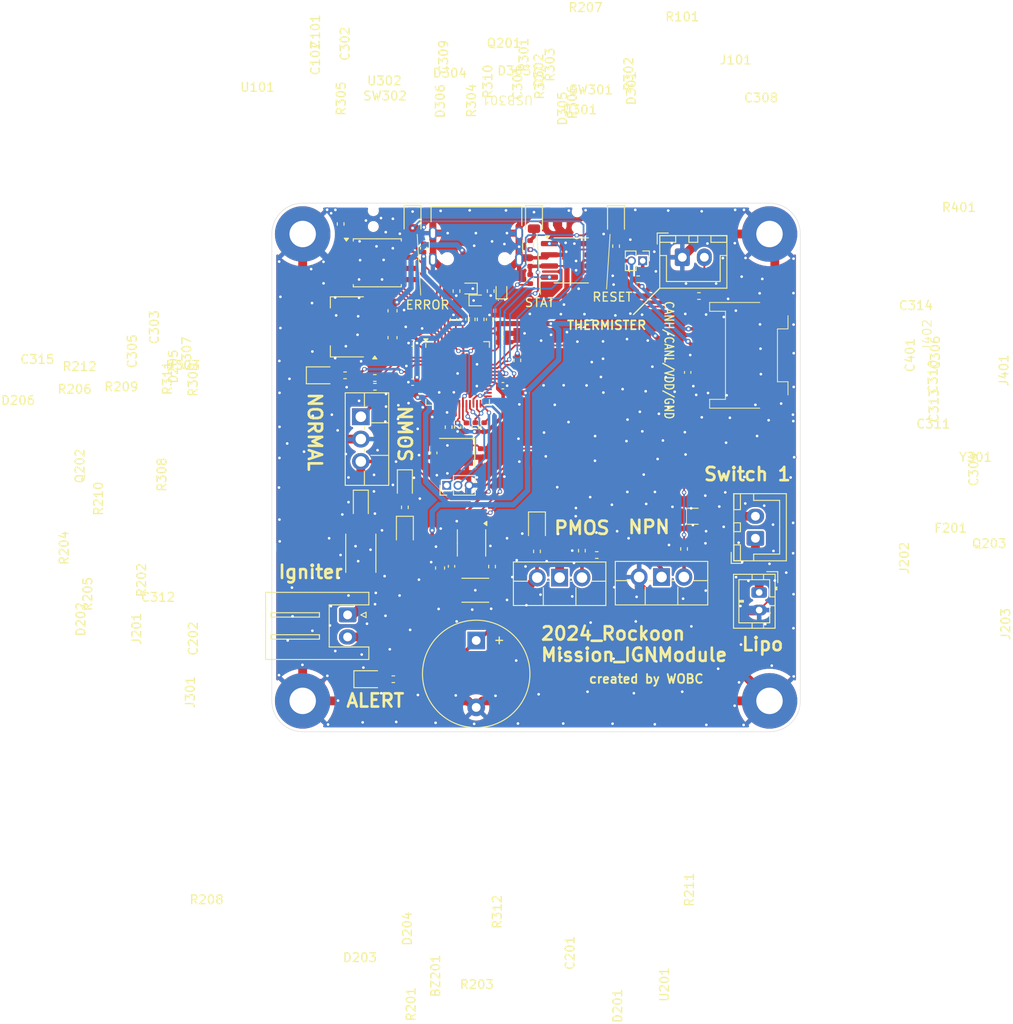
<source format=kicad_pcb>
(kicad_pcb (version 20240108) (generator "pcbnew") (generator_version "8.0")
  (layers (0 "F.Cu" signal) (31 "B.Cu" signal) (34 "B.Paste" user) (35 "F.Paste" user) (36 "B.SilkS" user "B.Silkscreen") (37 "F.SilkS" user "F.Silkscreen") (38 "B.Mask" user) (39 "F.Mask" user) (44 "Edge.Cuts" user))
  (net 0 "")
  (net 1 "GND")
  (net 2 "VDD")
  (net 3 "Net-(U303-XIN)")
  (net 4 "Net-(C304-Pad2)")
  (net 5 "Net-(U303-VREG_VOUT)")
  (net 6 "Net-(D201-A)")
  (net 7 "RESET")
  (net 8 "Net-(D301-A)")
  (net 9 "VBUS")
  (net 10 "/RP2040core/USB_D+")
  (net 11 "/RP2040core/USB_D-")
  (net 12 "Net-(D305-A)")
  (net 13 "Net-(D306-A)")
  (net 14 "Net-(J202-Pin_2)")
  (net 15 "Net-(J201-Pin_1)")
  (net 16 "Net-(J202-Pin_1)")
  (net 17 "Net-(J301-Pin_2)")
  (net 18 "Net-(J301-Pin_1)")
  (net 19 "Net-(J401-Pin_1)")
  (net 20 "/IF/CANL")
  (net 21 "/IF/CANH")
  (net 22 "Net-(D202-K)")
  (net 23 "Net-(D203-A)")
  (net 24 "Net-(D204-A)")
  (net 25 "Net-(Q203-B)")
  (net 26 "Net-(D202-A)")
  (net 27 "Net-(USB301-CC1)")
  (net 28 "Net-(USB301-CC2)")
  (net 29 "Net-(R305-Pad2)")
  (net 30 "Net-(U302-~{CS})")
  (net 31 "Net-(U303-USB_DP)")
  (net 32 "Net-(U303-USB_DM)")
  (net 33 "Net-(U303-XOUT)")
  (net 34 "/I2C_SDA")
  (net 35 "Net-(U303-GPIO25)")
  (net 36 "/I2C_SCL")
  (net 37 "Net-(U303-GPIO24)")
  (net 39 "/RP2040core/CAN_TX")
  (net 41 "/RP2040core/CAN_RX")
  (net 42 "Net-(U302-IO2)")
  (net 43 "Net-(U302-CLK)")
  (net 44 "Net-(U302-DO(IO1))")
  (net 45 "Net-(U302-DI(IO0))")
  (net 46 "Net-(U302-IO3)")
  (net 47 "/RP2040core/GPIO18")
  (net 48 "/RP2040core/GPIO5")
  (net 49 "/RP2040core/GPIO19")
  (net 50 "/RP2040core/GPIO9")
  (net 51 "/RP2040core/GPIO14")
  (net 52 "/RP2040core/GPIO8")
  (net 53 "/RP2040core/GPIO10")
  (net 54 "/RP2040core/GPIO15")
  (net 55 "/RP2040core/GPIO26_ADC0")
  (net 56 "/RP2040core/GPIO28_ADC2")
  (net 57 "/RP2040core/GPIO11")
  (net 58 "/RP2040core/GPIO20")
  (net 59 "/RP2040core/GPIO27_ADC1")
  (net 60 "/RP2040core/GPIO13")
  (net 61 "/RP2040core/GPIO21")
  (net 62 "/RP2040core/GPIO6")
  (net 63 "/RP2040core/GPIO7")
  (net 64 "/RP2040core/GPIO29_ADC3")
  (net 65 "/RP2040core/GPIO12")
  (net 68 "Net-(Q201-D)")
  (net 69 "Net-(D205-K)")
  (net 70 "Net-(Q201-G)")
  (net 71 "Net-(Q202-G)")
  (net 72 "Net-(Q203-C)")
  (net 73 "/LOW")
  (net 74 "/HIGH")
  (net 75 "Net-(D206-A)")
  (net 76 "/RP2040core/GPIO4")
  (net 77 "/Normal")
  (net 78 "Net-(J201-Pin_2)")
  (net 79 "Net-(BZ201-+)")
  (net 80 "/RP2040core/GPIO0")
  (footprint "Resistor_SMD:R_0402_1005Metric" (layer "F.Cu") (at 128.19 118.8 180)
    (property "Reference" "R208")
    (property "Value" "1k")
  )
  (footprint "Resistor_SMD:R_0402_1005Metric" (layer "F.Cu") (at 137.5 90.19 90)
    (property "Reference" "R309")
    (property "Value" "10k")
  )
  (footprint "Diode_SMD:D_SOD-882D" (layer "F.Cu") (at 136.805 74.45 180)
    (property "Reference" "D303")
    (property "Value" "5V")
  )
  (footprint "Resistor_SMD:R_0402_1005Metric" (layer "F.Cu") (at 134.47 90.19 90)
    (property "Reference" "R308")
    (property "Value" "1k")
  )
  (footprint "Capacitor_SMD:C_0402_1005Metric" (layer "F.Cu") (at 131.63 69.86 -90)
    (property "Reference" "C302")
    (property "Value" "100nF")
  )
  (footprint "Package_SO:SOIC-8_3.9x4.9mm_P1.27mm" (layer "F.Cu") (at 148.39 71.255)
    (property "Reference" "U301")
    (property "Value" "SN65HVD230")
  )
  (footprint "Resistor_SMD:R_0402_1005Metric" (layer "F.Cu") (at 151.29 104.7)
    (property "Reference" "R207")
    (property "Value" "510")
  )
  (footprint "Capacitor_SMD:C_0402_1005Metric" (layer "F.Cu") (at 143.72 71.44 -90)
    (property "Reference" "C301")
    (property "Value" "100nF")
  )
  (footprint "Capacitor_SMD:C_0402_1005Metric" (layer "F.Cu") (at 139.12 77.95 -90)
    (property "Reference" "C307")
    (property "Value" "1uF")
  )
  (footprint "Capacitor_SMD:C_0603_1608Metric" (layer "F.Cu") (at 128.1 80.025 -90)
    (property "Reference" "C102")
    (property "Value" "10uF")
  )
  (footprint "Resistor_SMD:R_0402_1005Metric" (layer "F.Cu") (at 137.085 77.95 -90)
    (property "Reference" "R306")
    (property "Value" "22.4")
  )
  (footprint "Resistor_SMD:R_0402_1005Metric" (layer "F.Cu") (at 126.1 85.6 180)
    (property "Reference" "R206")
    (property "Value" "10k")
  )
  (footprint "WOBCLibrary:Board_1U_60x60" (layer "F.Cu") (at 144.4 94.76)
    (property "Reference" "REF**" (hide yes))
    (property "Value" "Board_1U_60x60" (hide yes))
    (fp_line (start -30 26.5) (end -30 -26.5) (stroke (width 0.05)) (layer "Edge.Cuts"))
    (fp_line (start -26.5 -30) (end 26.5 -30) (stroke (width 0.05)) (layer "Edge.Cuts"))
    (fp_line (start 26.5 30) (end -26.5 30) (stroke (width 0.05)) (layer "Edge.Cuts"))
    (fp_line (start 30 -26.5) (end 30 26.5) (stroke (width 0.05)) (layer "Edge.Cuts"))
    (fp_arc (start -30 -26.5) (mid -28.974874 -28.974874) (end -26.5 -30) (stroke (width 0.05)) (layer "Edge.Cuts"))
    (fp_arc (start -26.5 30) (mid -28.974874 28.974874) (end -30 26.5) (stroke (width 0.05)) (layer "Edge.Cuts"))
    (fp_arc (start 26.5 -30) (mid 28.974874 -28.974874) (end 30 -26.5) (stroke (width 0.05)) (layer "Edge.Cuts"))
    (fp_arc (start 30 26.5) (mid 28.974874 28.974874) (end 26.5 30) (stroke (width 0.05)) (layer "Edge.Cuts"))
  )
  (footprint "Capacitor_SMD:C_0603_1608Metric" (layer "F.Cu") (at 128.1 76.975 -90)
    (property "Reference" "C101")
    (property "Value" "10uF")
  )
  (footprint "Capacitor_SMD:C_0402_1005Metric" (layer "F.Cu") (at 134.8 105.98 -90)
    (property "Reference" "C202")
    (property "Value" "100nF")
  )
  (footprint "Resistor_SMD:R_2512_6332Metric" (layer "F.Cu") (at 124.5 104.5 90)
    (property "Reference" "R204")
    (property "Value" "1")
  )
  (footprint "LED_SMD:LED_0805_2012Metric" (layer "F.Cu") (at 129.5 101.99 -90)
    (property "Reference" "D205")
    (property "Value" "NMOS")
  )
  (footprint "Capacitor_SMD:C_0402_1005Metric" (layer "F.Cu") (at 136.49 90.19 -90)
    (property "Reference" "C306")
    (property "Value" "100nF")
  )
  (footprint "Resistor_SMD:R_0402_1005Metric" (layer "F.Cu") (at 138.51 90.19 90)
    (property "Reference" "R311")
    (property "Value" "10k")
  )
  (footprint "WOBCLibrary:USB_C_TYPEC-301S-ACP16X7" (layer "F.Cu") (at 137.575 68.95 180)
    (property "Reference" "USB301")
    (property "Value" "USB_C_Receptacle_USB2.0")
  )
  (footprint "LED_SMD:LED_0805_2012Metric" (layer "F.Cu") (at 144.5 101.5 -90)
    (property "Reference" "D201")
    (property "Value" "PMOS")
  )
  (footprint "Diode_SMD:D_SOD-323" (layer "F.Cu") (at 129.5 96.64 -90)
    (property "Reference" "D204")
    (property "Value" "D_Schottky")
  )
  (footprint "WOBCLibrary:TVAF06-A020B-R" (layer "F.Cu") (at 125.92 66.51 90)
    (property "Reference" "SW302")
    (property "Value" "BOOT0")
  )
  (footprint "Capacitor_SMD:C_0402_1005Metric" (layer "F.Cu") (at 135.03 77.94 90)
    (property "Reference" "C305")
    (property "Value" "100nF")
  )
  (footprint "Diode_SMD:D_SOD-882D" (layer "F.Cu") (at 140.465 74.7175 90)
    (property "Reference" "D302")
    (property "Value" "5V")
  )
  (footprint "Resistor_SMD:R_0402_1005Metric" (layer "F.Cu") (at 143.72 69.52 90)
    (property "Reference" "R310")
    (property "Value" "1k")
  )
  (footprint "Capacitor_SMD:C_0402_1005Metric" (layer "F.Cu") (at 132.78 93.11 90)
    (property "Reference" "C303")
    (property "Value" "27pF")
  )
  (footprint "Resistor_SMD:R_0402_1005Metric" (layer "F.Cu") (at 122.21 67.12 90)
    (property "Reference" "R305")
    (property "Value" "1k")
  )
  (footprint "Diode_SMD:D_SOD-323" (layer "F.Cu") (at 124.5 98.95 -90)
    (property "Reference" "D202")
    (property "Value" "D_Schottky")
  )
  (footprint "Connector_JST:JST_XH_S2B-XH-A_1x02_P2.50mm_Horizontal" (layer "F.Cu") (at 123 111.5 -90)
    (property "Reference" "J201")
    (property "Value" "IGNITER")
  )
  (footprint "Connector_JST:JST_XH_B2B-XH-A_1x02_P2.50mm_Vertical" (layer "F.Cu") (at 161 70.9)
    (property "Reference" "J101")
    (property "Value" "THERMISTER")
  )
  (footprint "Resistor_SMD:R_0402_1005Metric" (layer "F.Cu") (at 122.71 84.3 180)
    (property "Reference" "R212")
    (property "Value" "1k")
  )
  (footprint "Connector_PinHeader_1.27mm:PinHeader_1x03_P1.27mm_Vertical" (layer "F.Cu") (at 134.255 96.79 90)
    (property "Reference" "J301")
    (property "Value" "DEBUG")
  )
  (footprint "Capacitor_SMD:C_0402_1005Metric" (layer "F.Cu") (at 136.06 77.94 90)
    (property "Reference" "C310")
    (property "Value" "100nF")
  )
  (footprint "WOBCLibrary:Grove_4P_L_SMD" (layer "F.Cu") (at 167.8 82.03 90)
    (property "Reference" "J402")
    (property "Value" "Conn_01x04_MountingPin")
  )
  (footprint "Resistor_SMD:R_2010_5025Metric" (layer "F.Cu") (at 137.5 108.7)
    (property "Reference" "R203")
    (property "Value" "20mΩ")
  )
  (footprint "Resistor_SMD:R_0402_1005Metric" (layer "F.Cu") (at 135.365 74.74 -90)
    (property "Reference" "R304")
    (property "Value" "5.1k")
  )
  (footprint "Capacitor_SMD:C_0402_1005Metric" (layer "F.Cu") (at 140.6 79.54)
    (property "Reference" "C308")
    (property "Value" "100nF")
  )
  (footprint "Buzzer_Beeper:Buzzer_12x9.5RM7.6" (layer "F.Cu") (at 137.6 114.4 -90)
    (property "Reference" "BZ201")
    (property "Value" "Buzzer")
  )
  (footprint "Diode_SMD:D_SOD-882D" (layer "F.Cu") (at 137.6975 75.8)
    (property "Reference" "D304")
    (property "Value" "5V")
  )
  (footprint "LED_SMD:LED_0805_2012Metric" (layer "F.Cu") (at 153.47 66.7175 -90)
    (property "Reference" "D301")
    (property "Value" "RESET")
  )
  (footprint "Capacitor_SMD:C_0402_1005Metric" (layer "F.Cu") (at 140.6 80.54)
    (property "Reference" "C314")
    (property "Value" "100nF")
  )
  (footprint "Package_SO:SOIC-8_5.23x5.23mm_P1.27mm" (layer "F.Cu") (at 126.37 71.53)
    (property "Reference" "U302")
    (property "Value" "W25Q128JVS")
  )
  (footprint "Package_TO_SOT_THT:TO-220F-3_Vertical" (layer "F.Cu") (at 161.18 107.2 180)
    (property "Reference" "Q203")
    (property "Value" "Q_NPN_BEC")
  )
  (footprint "Capacitor_SMD:C_0402_1005Metric" (layer "F.Cu") (at 130.4 80.64 180)
    (property "Reference" "C315")
    (property "Value" "100nF")
  )
  (footprint "Package_TO_SOT_THT:TO-220F-3_Vertical" (layer "F.Cu") (at 124.5 89 -90)
    (property "Reference" "Q202")
    (property "Value" "Q_NMOS_GSD")
  )
  (footprint "Package_DFN_QFN:QFN-56-1EP_7x7mm_P0.4mm_EP3.2x3.2mm" (layer "F.Cu") (at 135.49 84.09)
    (property "Reference" "U303")
    (property "Value" "RP2040")
  )
  (footprint "Resistor_SMD:R_0402_1005Metric" (layer "F.Cu") (at 144.5 104.29 90)
    (property "Reference" "R201")
    (property "Value" "1k")
  )
  (footprint "Resistor_SMD:R_0402_1005Metric" (layer "F.Cu") (at 126.09 84.6 180)
    (property "Reference" "R209")
    (property "Value" "510")
  )
  (footprint "Connector_PinHeader_1.27mm:PinHeader_1x02_P1.27mm_Vertical" (layer "F.Cu") (at 156.5 71.3 -90)
    (property "Reference" "J401")
    (property "Value" "Jumper")
  )
  (footprint "Resistor_SMD:R_0402_1005Metric" (layer "F.Cu") (at 153.48 69.64 90)
    (property "Reference" "R302")
    (property "Value" "1k")
  )
  (footprint "Connector_JST:JST_XH_B2B-XH-A_1x02_P2.50mm_Vertical" (layer "F.Cu") (at 169.3 102.8 90)
    (property "Reference" "J202")
    (property "Value" "PowerSW")
  )
  (footprint "Resistor_SMD:R_0402_1005Metric" (layer "F.Cu") (at 155.99 73.4 180)
    (property "Reference" "R401")
    (property "Value" "120")
  )
  (footprint "LED_SMD:LED_0805_2012Metric" (layer "F.Cu") (at 120 84.3)
    (property "Reference" "D206")
    (property "Value" "NORMAL")
  )
  (footprint "Resistor_SMD:R_0402_1005Metric" (layer "F.Cu") (at 142.27 82.6 90)
    (property "Reference" "R312")
    (property "Value" "1k")
  )
  (footprint "Connector_JST:JST_PH_B2B-PH-K_1x02_P2.00mm_Vertical" (layer "F.Cu") (at 169.725 108.95 -90)
    (property "Reference" "J203")
    (property "Value" "LiPo 1 Cell")
  )
  (footprint "Resistor_SMD:R_0402_1005Metric" (layer "F.Cu") (at 138.105 77.95 -90)
    (property "Reference" "R307")
    (property "Value" "22.4")
  )
  (footprint "WOBCLibrary:TVAF06-A020B-R" (layer "F.Cu") (at 149.06 66.64 90)
    (property "Reference" "SW301")
    (property "Value" "RESET_sw")
  )
  (footprint "LED_SMD:LED_0805_2012Metric" (layer "F.Cu") (at 125.4 118.8)
    (property "Reference" "D203")
    (property "Value" "ALERT")
  )
  (footprint "Crystal:Crystal_SMD_3225-4Pin_3.2x2.5mm" (layer "F.Cu") (at 135.43 93.11 180)
    (property "Reference" "Y301")
    (property "Value" "Crystal_GND24")
  )
  (footprint "Resistor_SMD:R_0402_1005Metric" (layer "F.Cu") (at 139.245 74.74 -90)
    (property "Reference" "R303")
    (property "Value" "5.1k")
  )
  (footprint "Capacitor_SMD:C_0402_1005Metric" (layer "F.Cu") (at 138.09 93.11 90)
    (property "Reference" "C304")
    (property "Value" "27pF")
  )
  (footprint "Package_TO_SOT_THT:TO-220F-3_Vertical" (layer "F.Cu") (at 149.61 107.265 180)
    (property "Reference" "Q201")
    (property "Value" "Q_PMOS_GSD")
  )
  (footprint "Capacitor_SMD:C_0603_1608Metric" (layer "F.Cu") (at 133.5 106.175 -90)
    (property "Reference" "C201")
    (property "Value" "10uF")
  )
  (footprint "Resistor_SMD:R_0402_1005Metric" (layer "F.Cu") (at 129.5 99.29 90)
    (property "Reference" "R210")
    (property "Value" "1k")
  )
  (footprint "Capacitor_SMD:C_0402_1005Metric" (layer "F.Cu") (at 140.63 85.48)
    (property "Reference" "C311")
    (property "Value" "100nF")
  )
  (footprint "LED_SMD:LED_0805_2012Metric" (layer "F.Cu") (at 144.16 66.7175 -90)
    (property "Reference" "D305")
    (property "Value" "STAT")
  )
  (footprint "Capacitor_SMD:C_0402_1005Metric" (layer "F.Cu") (at 130.38 85.08 180)
    (property "Reference" "C312")
    (property "Value" "100nF")
  )
  (footprint "Capacitor_SMD:C_0402_1005Metric" (layer "F.Cu") (at 140.12 77.95 -90)
    (property "Reference" "C309")
    (property "Value" "1uF")
  )
  (footprint "Package_TO_SOT_SMD:SOT-223-3_TabPin2" (layer "F.Cu") (at 122.95 78.8 180)
    (property "Reference" "U101")
    (property "Value" "AMS1117-3.3")
  )
  (footprint "Resistor_SMD:R_0402_1005Metric" (layer "F.Cu") (at 162.89 75.3)
    (property "Reference" "R101")
    (property "Value" "10k")
  )
  (footprint "Fuse:Fuse_1206_3216Metric" (layer "F.Cu") (at 162.2 100.3 180)
    (property "Reference" "F201")
    (property "Value" "Polyfuse")
  )
  (footprint "Capacitor_SMD:C_0402_1005Metric" (layer "F.Cu") (at 135.49 90.19 -90)
    (property "Reference" "C313")
    (property "Value" "100nF")
  )
  (footprint "Capacitor_SMD:C_0402_1005Metric" (layer "F.Cu") (at 161.61 83.97 90)
    (property "Reference" "C401")
    (property "Value" "100nF")
  )
  (footprint "Resistor_SMD:R_0402_1005Metric" (layer "F.Cu") (at 139.4 106.01 90)
    (property "Reference" "R202")
    (property "Value" "10k")
  )
  (footprint "Resistor_SMD:R_0402_1005Metric" (layer "F.Cu") (at 161.2 104.01 -90)
    (property "Reference" "R211")
    (property "Value" "1k")
  )
  (footprint "LED_SMD:LED_0805_2012Metric" (layer "F.Cu") (at 130.37 66.69 -90)
    (property "Reference" "D306")
    (property "Value" "ERROR")
  )
  (footprint "Resistor_SMD:R_0402_1005Metric" (layer "F.Cu") (at 143.73 73.38 -90)
    (property "Reference" "R301")
    (property "Value" "10k")
  )
  (footprint "Package_SO:VSSOP-10_3x3mm_P0.5mm" (layer "F.Cu") (at 137.07 103.33 -90)
    (property "Reference" "U201")
    (property "Value" "INA226")
  )
  (footprint "Resistor_SMD:R_0402_1005Metric" (layer "F.Cu") (at 149.6 104.21 -90)
    (property "Reference" "R205")
    (property "Value" "10k")
  )
  (gr_line (start 158.44 74.41) (end 155.45 77.4) (stroke (width 0.15)) (layer "F.SilkS"))
  (gr_line (start 131.3 75.2) (end 130.9 68.3) (stroke (width 0.1)) (layer "F.SilkS"))
  (gr_line (start 152.8 68.3) (end 152.4 74.5) (stroke (width 0.1)) (layer "F.SilkS"))
  (gr_line (start 144.9 75.1) (end 144.5 68.3) (stroke (width 0.1)) (layer "F.SilkS"))
  (gr_text "ALERT" (at 122.7 122.1 0) (layer "F.SilkS") (effects (font (size 1.5 1.5) (thickness 0.3) (bold yes)) (justify left bottom)))
  (gr_text "Switch 1" (at 163.3 96.4 0) (layer "F.SilkS") (effects (font (size 1.5 1.5) (thickness 0.3) (bold yes)) (justify left bottom)))
  (gr_text "Igniter" (at 115 107.5 0) (layer "F.SilkS") (effects (font (size 1.5 1.5) (thickness 0.3) (bold yes)) (justify left bottom)))
  (gr_text "PMOS" (at 146.3 102.5 0) (layer "F.SilkS") (effects (font (size 1.5 1.5) (thickness 0.3) (bold yes)) (justify left bottom)))
  (gr_text "ERROR" (at 129.5 76.9 0) (layer "F.SilkS") (effects (font (size 1 1)) (justify left bottom)))
  (gr_text "NPN" (at 154.7 102.4 0) (layer "F.SilkS") (effects (font (size 1.5 1.5) (thickness 0.3) (bold yes)) (justify left bottom)))
  (gr_text "STAT" (at 143.03 76.62 0) (layer "F.SilkS") (effects (font (size 1 1)) (justify left bottom)))
  (gr_text "NMOS" (at 128.6 87.6 270) (layer "F.SilkS") (effects (font (size 1.5 1.5) (thickness 0.3) (bold yes)) (justify left bottom)))
  (gr_text "CANH/CANL/VDD/GND" (at 158.9 75.8 -90) (layer "F.SilkS") (effects (font (size 1 0.8)) (justify left bottom)))
  (gr_text "THERMISTER" (at 147.8 79.2 0) (layer "F.SilkS") (effects (font (size 1 1) (thickness 0.2) (bold yes)) (justify left bottom)))
  (gr_text "created by WOBC" (at 150.3 119.35 0) (layer "F.SilkS") (effects (font (size 1 1) (thickness 0.2) (bold yes)) (justify left bottom)))
  (gr_text "Lipo" (at 167.6 115.7 0) (layer "F.SilkS") (effects (font (size 1.5 1.5) (thickness 0.3) (bold yes)) (justify left bottom)))
  (gr_text "RESET" (at 150.7 76 0) (layer "F.SilkS") (effects (font (size 1 1)) (justify left bottom)))
  (gr_text "NORMAL" (at 118.4 86.1 270) (layer "F.SilkS") (effects (font (size 1.5 1.5) (thickness 0.3) (bold yes)) (justify left bottom)))
  (gr_text "2024_Rockoon\nMission_IGNModule" (at 144.8 116.91 0) (layer "F.SilkS") (effects (font (size 1.5 1.5) (thickness 0.3) (bold yes)) (justify left bottom)))
  (segment (start 134.49 88.316496) (end 134.293248 88.513248) (width 0.2) (layer "F.Cu") (net 1))
  (segment (start 136.795 96.225) (end 135.53 94.96) (width 0.4) (layer "F.Cu") (net 1))
  (segment (start 144.16 65.78) (end 145.975 65.78) (width 0.8) (layer "F.Cu") (net 1))
  (segment (start 147.75 69.26) (end 148.655001 69.26) (width 0.8) (layer "F.Cu") (net 1))
  (segment (start 164.1 85.03) (end 162.19 85.03) (width 0.4) (layer "F.Cu") (net 1))
  (segment (start 147.75 68.354999) (end 147.75 69.26) (width 0.8) (layer "F.Cu") (net 1))
  (segment (start 128.9425 65.7125) (end 128.14 66.515) (width 0.8) (layer "F.Cu") (net 1))
  (segment (start 148.745001 69.35) (end 147.82 70.275001) (width 0.4) (layer "F.Cu") (net 1))
  (segment (start 140.925 72.62) (end 141.01 72.62) (width 0.8) (layer "F.Cu") (net 1))
  (segment (start 170.9 121.26) (end 138.34 121.26) (width 1) (layer "F.Cu") (net 1))
  (segment (start 161.427818 98.15) (end 172.06 87.517818) (width 0.2) (layer "F.Cu") (net 1))
  (segment (start 166.11 116.39) (end 170.9 121.18) (width 1) (layer "F.Cu") (net 1))
  (segment (start 121.562501 81.1) (end 126.1 81.1) (width 1) (layer "F.Cu") (net 1))
  (segment (start 139.245 75.25) (end 139.255 75.25) (width 0.6) (layer "F.Cu") (net 1))
  (segment (start 117.9 121.26) (end 117.9 92.3) (width 1) (layer "F.Cu") (net 1))
  (segment (start 141.4775 75.1175) (end 143.69 77.33) (width 0.6) (layer "F.Cu") (net 1))
  (segment (start 159.11 82.38) (end 161.18 84.45) (width 0.6) (layer "F.Cu") (net 1))
  (segment (start 158.94 111.05) (end 156.1 108.21) (width 1) (layer "F.Cu") (net 1))
  (segment (start 138.09 93.59) (end 138.399999 93.59) (width 0.6) (layer "F.Cu") (net 1))
  (segment (start 141.09 68.16) (end 137.56 68.16) (width 0.8) (layer "F.Cu") (net 1))
  (segment (start 138.905 104.005) (end 140.02 105.12) (width 0.2) (layer "F.Cu") (net 1))
  (segment (start 145.915 70.62) (end 145.575 70.96) (width 0.4) (layer "F.Cu") (net 1))
  (segment (start 138.09 93.59) (end 136.9 93.59) (width 0.6) (layer "F.Cu") (net 1))
  (segment (start 116.64 119.92) (end 117.95 121.23) (width 1) (layer "F.Cu") (net 1))
  (segment (start 145.975 65.78) (end 146.835 66.64) (width 0.8) (layer "F.Cu") (net 1))
  (segment (start 136.30241 106.555) (end 134.895 106.555) (width 0.2) (layer "F.Cu") (net 1))
  (segment (start 145.915 70.62) (end 147.475001 70.62) (width 0.4) (layer "F.Cu") (net 1))
  (segment (start 143.09 79.54) (end 141.08 79.54) (width 0.6) (layer "F.Cu") (net 1))
  (segment (start 166.11 111.05) (end 158.94 111.05) (width 1) (layer "F.Cu") (net 1))
  (segment (start 139.11 77.45) (end 139.11 77.48) (width 0.6) (layer "F.Cu") (net 1))
  (segment (start 131.8825 65.7125) (end 130.38 65.7125) (width 0.8) (layer "F.Cu") (net 1))
  (segment (start 148.745001 69.35) (end 150.865 69.35) (width 0.6) (layer "F.Cu") (net 1))
  (segment (start 146.835 66.64) (end 146.835 67.439999) (width 0.8) (layer "F.Cu") (net 1))
  (segment (start 172.22 87.44) (end 172.38 87.28) (width 1) (layer "F.Cu") (net 1))
  (segment (start 172.22 87.44) (end 171.5 86.72) (width 1) (layer "F.Cu") (net 1))
  (segment (start 124.3 73.42) (end 122.77 73.42) (width 0.8) (layer "F.Cu") (net 1))
  (segment (start 172.22 87.51) (end 172.22 87.44) (width 1) (layer "F.Cu") (net 1))
  (segment (start 147.75 70.205001) (end 147.807525 70.262526) (width 0.8) (layer "F.Cu") (net 1))
  (segment (start 171.5 86.72) (end 171.5 68.78) (width 1) (layer "F.Cu") (net 1))
  (segment (start 135.53 94.96) (end 136.53 93.96) (width 0.4) (layer "F.Cu") (net 1))
  (segment (start 117.9 91) (end 118.44 91.54) (width 1) (layer "F.Cu") (net 1))
  (segment (start 144 85.968629) (end 143.511371 85.48) (width 0.6) (layer "F.Cu") (net 1))
  (segment (start 117.9 91) (end 117.9 84.3) (width 1) (layer "F.Cu") (net 1))
  (segment (start 119.0625 84.3) (end 119.0625 83.600001) (width 1) (layer "F.Cu") (net 1))
  (segment (start 135.365 76.765) (end 136.06 77.46) (width 0.8) (layer "F.Cu") (net 1))
  (segment (start 132.78 94.51) (end 133.23 94.96) (width 0.4) (layer "F.Cu") (net 1))
  (segment (start 137.305 75.8075) (end 137.305 75.81) (width 0.6) (layer "F.Cu") (net 1))
  (segment (start 144.5 100.5625) (end 146.9125 98.15) (width 0.2) (layer "F.Cu") (net 1))
  (segment (start 146.4 79.4) (end 146.1 79.7) (width 0.6) (layer "F.Cu") (net 1))
  (segment (start 135.335 75.26) (end 135.345 75.25) (width 0.8) (layer "F.Cu") (net 1))
  (segment (start 140.02 105.12) (end 140.02 105.9) (width 0.2) (layer "F.Cu") (net 1))
  (segment (start 126.1 81.1) (end 127.8 81.1) (width 0.4) (layer "F.Cu") (net 1))
  (segment (start 140.02 105.0425) (end 144.5 100.5625) (width 0.2) (layer "F.Cu") (net 1))
  (segment (start 134.57 92.26) (end 134.33 92.26) (width 0.3) (layer "F.Cu") (net 1))
  (segment (start 119.7 91.54) (end 124.5 91.54) (width 1) (layer "F.Cu") (net 1))
  (segment (start 141.09 68.16) (end 142.47 68.16) (width 0.8) (layer "F.Cu") (net 1))
  (segment (start 134.36 68.16) (end 132.68 68.16) (width 0.8) (layer "F.Cu") (net 1))
  (segment (start 132.68 68.16) (end 132.68 69.4) (width 0.8) (layer "F.Cu") (net 1))
  (segment (start 135.021812 75.25) (end 135.325 75.25) (width 0.8) (layer "F.Cu") (net 1))
  (segment (start 136.57 105.53) (end 136.57 106.28741) (width 0.2) (layer "F.Cu") (net 1))
  (segment (start 135.02 77.44) (end 135.03 77.43) (width 0.6) (layer "F.Cu") (net 1))
  (segment (start 142.47 68.16) (end 142.47 71.16) (width 0.8) (layer "F.Cu") (net 1))
  (segment (start 118.44 91.54) (end 119.7 91.54) (width 1) (layer "F.Cu") (net 1))
  (segment (start 135.03 77.43) (end 135.03 77.1) (width 0.6) (layer "F.Cu") (net 1))
  (segment (start 161.18 84.45) (end 161.61 84.45) (width 0.6) (layer "F.Cu") (net 1))
  (segment (start 163.64 68.26) (end 170.9 68.26) (width 1) (layer "F.Cu") (net 1))
  (segment (start 140.465 75.1175) (end 140.465 77.125) (width 0.6) (layer "F.Cu") (net 1))
  (segment (start 136.66 121.26) (end 117.9 121.26) (width 1) (layer "F.Cu") (net 1))
  (segment (start 145.575 70.96) (end 143.72 70.96) (width 0.4) (layer "F.Cu") (net 1))
  (segment (start 135.325 75.25) (end 135.335 75.26) (width 0.8) (layer "F.Cu") (net 1))
  (segment (start 140.02 105.12) (end 140.02 105.0425) (width 0.2) (layer "F.Cu") (net 1))
  (segment (start 142.67 70.96) (end 143.72 70.96) (width 0.8) (layer "F.Cu") (net 1))
  (segment (start 134.225 74.453188) (end 135.021812 75.25) (width 0.8) (layer "F.Cu") (net 1))
  (segment (start 140.465 77.125) (end 140.12 77.47) (width 0.6) (layer "F.Cu") (net 1))
  (segment (start 117.9 92.3) (end 117.9 91) (width 1) (layer "F.Cu") (net 1))
  (segment (start 141.415 73.11) (end 141.415 74.74627) (width 0.8) (layer "F.Cu") (net 1))
  (segment (start 135.345 75.25) (end 135.365 75.25) (width 0.8) (layer "F.Cu") (net 1))
  (segment (start 136.53 93.96) (end 136.27 93.96) (width 0.3) (layer "F.Cu") (net 1))
  (segment (start 156.1 108.21) (end 156.1 107.2) (width 1) (layer "F.Cu") (net 1))
  (segment (start 148.745001 69.35) (end 147.75 68.354999) (width 0.4) (layer "F.Cu") (net 1))
  (segment (start 171.5 68.78) (end 170.95 68.23) (width 1) (layer "F.Cu") (net 1))
  (segment (start 136.57 105.53) (end 136.57 104.565484) (width 0.2) (layer "F.Cu") (net 1))
  (segment (start 127.8 81.1) (end 128.1 80.8) (width 0.4) (layer "F.Cu") (net 1))
  (segment (start 147.75 69.26) (end 147.75 70.205001) (width 0.8) (layer "F.Cu") (net 1))
  (segment (start 140.925 72.62) (end 141.415 73.11) (width 0.8) (layer "F.Cu") (net 1))
  (segment (start 128.1 80.8) (end 129.5 80.8) (width 0.4) (layer "F.Cu") (net 1))
  (segment (start 132.68 66.51) (end 131.8825 65.7125) (width 0.8) (layer "F.Cu") (net 1))
  (segment (start 117.9 84.3) (end 117.9 68.26) (width 1) (layer "F.Cu") (net 1))
  (segment (start 131.63 69.38) (end 132.66 69.38) (width 0.4) (layer "F.Cu") (net 1))
  (segment (start 119.9 119.26) (end 117.9 121.26) (width 1) (layer "F.Cu") (net 1))
  (segment (start 119.0625 83.600001) (end 121.562501 81.1) (width 1) (layer "F.Cu") (net 1))
  (segment (start 141.01 72.62) (end 142.47 71.16) (width 0.8) (layer "F.Cu") (net 1))
  (segment (start 140.3325 75.25) (end 140.465 75.1175) (width 0.6) (layer "F.Cu") (net 1))
  (segment (start 128.14 66.515) (end 128.14 66.53) (width 0.8) (layer "F.Cu") (net 1))
  (segment (start 139.255 75.25) (end 139.255 77.335) (width 0.6) (layer "F.Cu") (net 1))
  (segment (start 172.06 87.517818) (end 172.06 87.33) (width 0.2) (layer "F.Cu") (net 1))
  (segment (start 137.130484 104.005) (end 138.905 104.005) (width 0.2) (layer "F.Cu") (net 1))
  (segment (start 147.475001 70.62) (end 147.82 70.275001) (width 0.4) (layer "F.Cu") (net 1))
  (segment (start 141.415 74.74627) (end 140.99377 75.1675) (width 0.8) (layer "F.Cu") (net 1))
  (segment (start 132.68 69.4) (end 132.68 70.44) (width 0.8) (layer "F.Cu") (net 1))
  (segment (start 166.11 111.05) (end 166.11 116.39) (width 1) (layer "F.Cu") (net 1))
  (segment (start 144 87.989999) (end 144 85.968629) (width 0.6) (layer "F.Cu") (net 1))
  (segment (start 136.9 93.59) (end 136.53 93.96) (width 0.6) (layer "F.Cu") (net 1))
  (segment (start 134.49 87.5275) (end 134.49 85.09) (width 0.2) (layer "F.Cu") (net 1))
  (segment (start 148.655001 69.26) (end 148.745001 69.35) (width 0.8) (layer "F.Cu") (net 1))
  (segment (start 166.11 111.05) (end 169.95043 111.05) (width 1) (layer "F.Cu") (net 1))
  (segment (start 142.47 67.367504) (end 142.47 68.16) (width 0.8) (layer "F.Cu") (net 1))
  (segment (start 138.34 121.26) (end 137.6 122) (width 1) (layer "F.Cu") (net 1))
  (segment (start 129.5 80.8) (end 129.76 80.8) (width 0.4) (layer "F.Cu") (net 1))
  (segment (start 133.5 106.95) (end 134.31 106.95) (width 0.2) (layer "F.Cu") (net 1))
  (segment (start 140.02 105.9) (end 139.4 106.52) (width 0.2) (layer "F.Cu") (net 1))
  (segment (start 118.66 91.54) (end 117.9 92.3) (width 1) (layer "F.Cu") (net 1))
  (segment (start 147.9 79.4) (end 146.4 79.4) (width 0.6) (layer "F.Cu") (net 1))
  (segment (start 135.03 77.45) (end 135.02 77.44) (width 0.6) (layer "F.Cu") (net 1))
  (segment (start 119.7 91.54) (end 118.66 91.54) (width 1) (layer "F.Cu") (net 1))
  (segment (start 132.78 93.59) (end 132.78 94.51) (width 0.4) (layer "F.Cu") (net 1))
  (segment (start 137.4 122) (end 136.66 121.26) (width 1) (layer "F.Cu") (net 1))
  (segment (start 144.057504 65.78) (end 142.47 67.367504) (width 0.8) (layer "F.Cu") (net 1))
  (segment (start 129.15 78.8) (end 129.6 78.8) (width 0.4) (layer "F.Cu") (net 1))
  (segment (start 136.53 94.16) (end 136.53 93.96) (width 0.8) (layer "F.Cu") (net 1))
  (segment (start 146.835 67.439999) (end 147.75 68.354999) (width 0.8) (layer "F.Cu") (net 1))
  (segment (start 135.49 90.67) (end 136.49 90.67) (width 0.6) (layer "F.Cu") (net 1))
  (segment (start 172.06 108.615) (end 169.725 110.95) (width 0.2) (layer "F.Cu") (net 1))
  (segment (start 136.57 106.28741) (end 136.30241 106.555) (width 0.2) (layer "F.Cu") (net 1))
  (segment (start 134.49 85.09) (end 135.49 84.09) (width 0.2) (layer "F.Cu") (net 1))
  (segment (start 136.27 93.96) (end 134.57 92.26) (width 0.3) (layer "F.Cu") (net 1))
  (segment (start 139.14 77.45) (end 139.11 77.45) (width 0.6) (layer "F.Cu") (net 1))
  (segment (start 170.9 121.18) (end 170.9 121.26) (width 1) (layer "F.Cu") (net 1))
  (segment (start 137.215 74.46) (end 137.205 75.7075) (width 0.6) (layer "F.Cu") (net 1))
  (segment (start 142.47 71.16) (end 142.67 70.96) (width 0.8) (layer "F.Cu") (net 1))
  (segment (start 135.03 77.1) (end 135.365 76.765) (width 0.6) (layer "F.Cu") (net 1))
  (segment (start 132.58 70.34) (end 132.68 70.44) (width 0.4) (layer "F.Cu") (net 1))
  (segment (start 134.895 106.555) (end 134.8 106.46) (width 0.2) (layer "F.Cu") (net 1))
  (segment (start 139.255 77.335) (end 139.14 77.45) (width 0.6) (layer "F.Cu") (net 1))
  (segment (start 137.205 74.45) (end 137.215 74.46) (width 0.6) (layer "F.Cu") (net 1))
  (segment (start 137.3075 75.81) (end 137.2975 75.8) (width 0.6) (layer "F.Cu") (net 1))
  (segment (start 134.36 68.16) (end 137.56 68.16) (width 0.8) (layer "F.Cu") (net 1))
  (segment (start 162.19 85.03) (end 161.61 84.45) (width 0.4) (layer "F.Cu") (net 1))
  (segment (start 128.14 66.53) (end 128.125 66.53) (width 0.8) (layer "F.Cu") (net 1))
  (segment (start 134.14 72.62) (end 134.225 72.62) (width 0.8) (layer "F.Cu") (net 1))
  (segment (start 141.08 79.54) (end 141.08 80.54) (width 0.4) (layer "F.Cu") (net 1))
  (segment (start 134.49 87.5275) (end 134.49 88.316496) (width 0.2) (layer "F.Cu") (net 1))
  (segment (start 130.38 65.7125) (end 128.9425 65.7125) (width 0.8) (layer "F.Cu") (net 1))
  (segment (start 132.68 71.16) (end 134.14 72.62) (width 0.8) (layer "F.Cu") (net 1))
  (segment (start 146.9125 98.15) (end 161.427818 98.15) (width 0.2) (layer "F.Cu") (net 1))
  (segment (start 128.125 66.53) (end 128.145 66.51) (width 0.8) (layer "F.Cu") (net 1))
  (segment (start 136.795 96.79) (end 136.795 96.225) (width 0.4) (layer "F.Cu") (net 1))
  (segment (start 132.66 69.38) (end 132.68 69.4) (width 0.4) (layer "F.Cu") (net 1))
  (segment (start 137.305 75.81) (end 137.3075 75.81) (width 0.6) (layer "F.Cu") (net 1))
  (segment (start 134.31 106.95) (end 134.8 106.46) (width 0.2) (layer "F.Cu") (net 1))
  (segment (start 137.6 122) (end 137.4 122) (width 1) (layer "F.Cu") (net 1))
  (segment (start 132.68 68.16) (end 132.68 66.51) (width 0.8) (layer "F.Cu") (net 1))
  (segment (start 135.03 77.46) (end 135.03 77.45) (width 0.6) (layer "F.Cu") (net 1))
  (segment (start 137.205 75.7075) (end 137.305 75.8075) (width 0.6) (layer "F.Cu") (net 1))
  (segment (start 134.225 72.62) (end 134.225 74.453188) (width 0.8) (layer "F.Cu") (net 1))
  (segment (start 138.399999 93.59) (end 144 87.989999) (width 0.6) (layer "F.Cu") (net 1))
  (segment (start 172.06 87.33) (end 172.06 108.615) (width 0.2) (layer "F.Cu") (net 1))
  (segment (start 143.511371 85.48) (end 141.11 85.48) (width 0.6) (layer "F.Cu") (net 1))
  (segment (start 161 70.9) (end 163.64 68.26) (width 1) (layer "F.Cu") (net 1))
  (segment (start 128.1 77.75) (end 129.15 78.8) (width 0.4) (layer "F.Cu") (net 1))
  (segment (start 135.365 75.25) (end 135.365 76.765) (width 0.8) (layer "F.Cu") (net 1))
  (segment (start 132.68 70.44) (end 132.68 71.16) (width 0.8) (layer "F.Cu") (net 1))
  (segment (start 140.465 75.1175) (end 141.4775 75.1175) (width 0.6) (layer "F.Cu") (net 1))
  (segment (start 129.76 80.8) (end 129.92 80.64) (width 0.4) (layer "F.Cu") (net 1))
  (segment (start 117.9 84.3) (end 119.0625 84.3) (width 1) (layer "F.Cu") (net 1))
  (segment (start 133.23 94.96) (end 135.53 94.96) (width 0.4) (layer "F.Cu") (net 1))
  (segment (start 144.16 65.78) (end 144.057504 65.78) (width 0.8) (layer "F.Cu") (net 1))
  (segment (start 140.99377 75.1675) (end 140.465 75.1675) (width 0.8) (layer "F.Cu") (net 1))
  (segment (start 139.11 77.48) (end 139.12 77.47) (width 0.6) (layer "F.Cu") (net 1))
  (segment (start 139.255 75.25) (end 140.3325 75.25) (width 0.6) (layer "F.Cu") (net 1))
  (segment (start 136.57 104.565484) (end 137.130484 104.005) (width 0.2) (layer "F.Cu") (net 1))
  (via (at 141.1 109.8) (size 0.5) (drill 0.3) (layers "F.Cu" "B.Cu") (net 1))
  (via (at 167.66 114.87) (size 0.5) (drill 0.3) (layers "F.Cu" "B.Cu") (net 1))
  (via (at 131.1 107.5) (size 0.5) (drill 0.3) (layers "F.Cu" "B.Cu") (net 1))
  (via (at 139.4 69.1) (size 0.5) (drill 0.3) (layers "F.Cu" "B.Cu") (net 1))
  (via (at 148.94 72.38) (size 0.5) (drill 0.3) (layers "F.Cu" "B.Cu") (net 1))
  (via (at 129.672183 83.24) (size 0.5) (drill 0.3) (layers "F.Cu" "B.Cu") (net 1))
  (via (at 157.08 80.35) (size 0.5) (drill 0.3) (layers "F.Cu" "B.Cu") (net 1))
  (via (at 144.9 109.2) (size 0.5) (drill 0.3) (layers "F.Cu" "B.Cu") (net 1))
  (via (at 115.29 103.15) (size 0.5) (drill 0.3) (layers "F.Cu" "B.Cu") (net 1))
  (via (at 139.3 110.8) (size 0.5) (drill 0.3) (layers "F.Cu" "B.Cu") (net 1))
  (via (at 153.4 77.5) (size 0.5) (drill 0.3) (layers "F.Cu" "B.Cu") (net 1))
  (via (at 135.02 77.44) (size 0.5) (drill 0.3) (layers "F.Cu" "B.Cu") (net 1))
  (via (at 133.56 65.63) (size 0.5) (drill 0.3) (layers "F.Cu" "B.Cu") (net 1))
  (via (at 151.084398 93.998684) (size 0.5) (drill 0.3) (layers "F.Cu" "B.Cu") (net 1))
  (via (at 124.53 82.71) (size 0.5) (drill 0.3) (layers "F.Cu" "B.Cu") (net 1))
  (via (at 142.5 94.1) (size 0.5) (drill 0.3) (layers "F.Cu" "B.Cu") (net 1))
  (via (at 148.9 100.3) (size 0.5) (drill 0.3) (layers "F.Cu" "B.Cu") (net 1))
  (via (at 166.96 69.3) (size 0.5) (drill 0.3) (layers "F.Cu" "B.Cu") (net 1))
  (via (at 127.36 86.41) (size 0.5) (drill 0.3) (layers "F.Cu" "B.Cu") (net 1))
  (via (at 128.52 123.65) (size 0.5) (drill 0.3) (layers "F.Cu" "B.Cu") (net 1))
  (via (at 146.52 87.65) (size 0.5) (drill 0.3) (layers "F.Cu" "B.Cu") (net 1))
  (via (at 124.2 77.6) (size 0.5) (drill 0.3) (layers "F.Cu" "B.Cu") (net 1))
  (via (at 169.78 74.99) (size 0.5) (drill 0.3) (layers "F.Cu" "B.Cu") (net 1))
  (via (at 136.86 65.57) (size 0.5) (drill 0.3) (layers "F.Cu" "B.Cu") (net 1))
  (via (at 173.63 109.15) (size 0.5) (drill 0.3) (layers "F.Cu" "B.Cu") (net 1))
  (via (at 169.49 91.19) (size 0.5) (drill 0.3) (layers "F.Cu" "B.Cu") (net 1))
  (via (at 126.1 100) (size 0.5) (drill 0.3) (layers "F.Cu" "B.Cu") (net 1))
  (via (at 130.96 90.38) (size 0.5) (drill 0.3) (layers "F.Cu" "B.Cu") (net 1))
  (via (at 124.13 79.7) (size 0.5) (drill 0.3) (layers "F.Cu" "B.Cu") (net 1))
  (via (at 165.07 117.61) (size 0.5) (drill 0.3) (layers "F.Cu" "B.Cu") (net 1))
  (via (at 173.62 113.01) (size 0.5) (drill 0.3) (layers "F.Cu" "B.Cu") (net 1))
  (via (at 135.49 90.67) (size 0.5) (drill 0.3) (layers "F.Cu" "B.Cu") (net 1))
  (via (at 124.2 105.4) (size 0.5) (drill 0.3) (layers "F.Cu" "B.Cu") (net 1))
  (via (at 126.4 92.8) (size 0.5) (drill 0.3) (layers "F.Cu" "B.Cu") (net 1))
  (via (at 156.62 95.57) (size 0.5) (drill 0.3) (layers "F.Cu" "B.Cu") (net 1))
  (via (at 127.28 89.56) (size 0.5) (drill 0.3) (layers "F.Cu" "B.Cu") (net 1))
  (via (at 158.04 116.78) (size 0.5) (drill 0.3) (layers "F.Cu" "B.Cu") (net 1))
  (via (at 161.09 109.66) (size 0.5) (drill 0.3) (layers "F.Cu" "B.Cu") (net 1))
  (via (at 115.27 90.15) (size 0.5) (drill 0.3) (layers "F.Cu" "B.Cu") (net 1))
  (via (at 141.09 68.16) (size 0.5) (drill 0.3) (layers "F.Cu" "B.Cu") (net 1))
  (via (at 150.24 120.22) (size 0.5) (drill 0.3) (layers "F.Cu" "B.Cu") (net 1))
  (via (at 166.4 89.12) (size 0.5) (drill 0.3) (layers "F.Cu" "B.Cu") (net 1))
  (via (at 122.89 85.65) (size 0.5) (drill 0.3) (layers "F.Cu" "B.Cu") (net 1))
  (via (at 152 80.45) (size 0.5) (drill 0.3) (layers "F.Cu" "B.Cu") (net 1))
  (via (at 158 72.5) (size 0.5) (drill 0.3) (layers "F.Cu" "B.Cu") (net 1))
  (via (at 172.22 87.51) (size 0.5) (drill 0.3) (layers "F.Cu" "B.Cu") (net 1))
  (via (at 157.88 123.92) (size 0.5) (drill 0.3) (layers "F.Cu" "B.Cu") (net 1))
  (via (at 126.2 109) (size 0.5) (drill 0.3) (layers "F.Cu" "B.Cu") (net 1))
  (via (at 142.83 102.27) (size 0.5) (drill 0.3) (layers "F.Cu" "B.Cu") (net 1))
  (via (at 115.37 75.39) (size 0.5) (drill 0.3) (layers "F.Cu" "B.Cu") (net 1))
  (via (at 163.2 65.68) (size 0.5) (drill 0.3) (layers "F.Cu" "B.Cu") (net 1))
  (via (at 145.6 105.4) (size 0.5) (drill 0.3) (layers "F.Cu" "B.Cu") (net 1))
  (via (at 137.305 75.81) (size 0.5) (drill 0.3) (layers "F.Cu" "B.Cu") (net 1))
  (via (at 118.86 72.24) (size 0.5) (drill 0.3) (layers "F.Cu" "B.Cu") (net 1))
  (via (at 168.505827 107.628007) (size 0.5) (drill 0.3) (layers "F.Cu" "B.Cu") (net 1))
  (via (at 172.8 106.7) (size 0.5) (drill 0.3) (layers "F.Cu" "B.Cu") (net 1))
  (via (at 115.26 100.68) (size 0.5) (drill 0.3) (layers "F.Cu" "B.Cu") (net 1))
  (via (at 163.63 103.37) (size 0.5) (drill 0.3) (layers "F.Cu" "B.Cu") (net 1))
  (via (at 155.5 120.39) (size 0.5) (drill 0.3) (layers "F.Cu" "B.Cu") (net 1))
  (via (at 171.5 107.6) (size 0.5) (drill 0.3) (layers "F.Cu" "B.Cu") (net 1))
  (via (at 135.06 86.23) (size 0.5) (drill 0.3) (layers "F.Cu" "B.Cu") (net 1))
  (via (at 165.97 91.95) (size 0.5) (drill 0.3) (layers "F.Cu" "B.Cu") (net 1))
  (via (at 156.84 86.11) (size 0.5) (drill 0.3) (layers "F.Cu" "B.Cu") (net 1))
  (via (at 162.58 86.52) (size 0.5) (drill 0.3) (layers "F.Cu" "B.Cu") (net 1))
  (via (at 161.37 93.29) (size 0.5) (drill 0.3) (layers "F.Cu" "B.Cu") (net 1))
  (via (at 129.92 80.64) (size 0.5) (drill 0.3) (layers "F.Cu" "B.Cu") (net 1))
  (via (at 123.1 95.9) (size 0.5) (drill 0.3) (layers "F.Cu" "B.Cu") (net 1))
  (via (at 165.6 71) (size 0.5) (drill 0.3) (layers "F.Cu" "B.Cu") (net 1))
  (via (at 159.41 87.93) (size 0.5) (drill 0.3) (layers "F.Cu" "B.Cu") (net 1))
  (via (at 126.9 101.9) (size 0.5) (drill 0.3) (layers "F.Cu" "B.Cu") (net 1))
  (via (at 155.72 112.24) (size 0.5) (drill 0.3) (layers "F.Cu" "B.Cu") (net 1))
  (via (at 173.7 93.6) (size 0.5) (drill 0.3) (layers "F.Cu" "B.Cu") (net 1))
  (via (at 173.65 81.79) (size 0.5) (drill 0.3) (layers "F.Cu" "B.Cu") (net 1))
  (via (at 128.5 94.1) (size 0.5) (drill 0.3) (layers "F.Cu" "B.Cu") (net 1))
  (via (at 145.3 90.8) (size 0.5) (drill 0.3) (layers "F.Cu" "B.Cu") (net 1))
  (via (at 167.4 103.3) (size 0.5) (drill 0.3) (layers "F.Cu" "B.Cu") (net 1))
  (via (at 167.1 107.21) (size 0.5) (drill 0.3) (layers "F.Cu" "B.Cu") (net 1))
  (via (at 137.69 83.05) (size 0.5) (drill 0.3) (layers "F.Cu" "B.Cu") (net 1))
  (via (at 155.66 65.52) (size 0.5) (drill 0.3) (layers "F.Cu" "B.Cu") (net 1))
  (via (at 124.42 71.23) (size 0.5) (drill 0.3) (layers "F.Cu" "B.Cu") (net 1))
  (via (at 141.1 102.8) (size 0.5) (drill 0.3) (layers "F.Cu" "B.Cu") (net 1))
  (via (at 134.33 95.43) (size 0.5) (drill 0.3) (layers "F.Cu" "B.Cu") (net 1))
  (via (at 128.9 109.3) (size 0.5) (drill 0.3) (layers "F.Cu" "B.Cu") (net 1))
  (via (at 148.94 71.32) (size 0.5) (drill 0.3) (layers "F.Cu" "B.Cu") (net 1))
  (via (at 143.09 79.54) (size 0.5) (drill 0.3) (layers "F.Cu" "B.Cu") (net 1))
  (via (at 167.6 110.49) (size 0.5) (drill 0.3) (layers "F.Cu" "B.Cu") (net 1))
  (via (at 159.4 79.6) (size 0.5) (drill 0.3) (layers "F.Cu" "B.Cu") (net 1))
  (via (at 120.67 65.51) (size 0.5) (drill 0.3) (layers "F.Cu" "B.Cu") (net 1))
  (via (at 147.82 70.275001) (size 0.5) (drill 0.3) (layers "F.Cu" "B.Cu") (net 1))
  (via (at 150.02 65.56) (size 0.5) (drill 0.3) (layers "F.Cu" "B.Cu") (net 1))
  (via (at 168 65.52) (size 0.5) (drill 0.3) (layers "F.Cu" "B.Cu") (net 1))
  (via (at 148.5 109.4) (size 0.5) (drill 0.3) (layers "F.Cu" "B.Cu") (net 1))
  (via (at 135.49 84.09) (size 0.5) (drill 0.3) (layers "F.Cu" "B.Cu") (net 1))
  (via (at 163.85 69.34) (size 0.5) (drill 0.3) (layers "F.Cu" "B.Cu") (net 1))
  (via (at 153.6 102) (size 0.5) (drill 0.3) (layers "F.Cu" "B.Cu") (net 1))
  (via (at 152 82.42) (size 0.5) (drill 0.3) (layers "F.Cu" "B.Cu") (net 1))
  (via (at 148.92 99.37) (size 0.5) (drill 0.3) (layers "F.Cu" "B.Cu") (net 1))
  (via (at 124.36 69.09) (size 0.5) (drill 0.3) (layers "F.Cu" "B.Cu") (net 1))
  (via (at 154.78 89.33) (size 0.5) (drill 0.3) (layers "F.Cu" "B.Cu") (net 1))
  (via (at 128.76 87.7) (size 0.5) (drill 0.3) (layers "F.Cu" "B.Cu") (net 1))
  (via (at 142.14 116.68) (size 0.5) (drill 0.3) (layers "F.Cu" "B.Cu") (net 1))
  (via (at 135.38 112.24) (size 0.5) (drill 0.3) (layers "F.Cu" "B.Cu") (net 1))
  (via (at 144.16 65.78) (size 0.5) (drill 0.3) (layers "F.Cu" "B.Cu") (net 1))
  (via (at 130.98 120.59) (size 0.5) (drill 0.3) (layers "F.Cu" "B.Cu") (net 1))
  (via (at 142.34 123.83) (size 0.5) (drill 0.3) (layers "F.Cu" "B.Cu") (net 1))
  (via (at 173.58 104.5) (size 0.5) (drill 0.3) (layers "F.Cu" "B.Cu") (net 1))
  (via (at 137.67 95.89) (size 0.5) (drill 0.3) (layers "F.Cu" "B.Cu") (net 1))
  (via (at 157.6 83.32) (size 0.5) (drill 0.3) (layers "F.Cu" "B.Cu") (net 1))
  (via (at 126.114661 110.285714) (size 0.5) (drill 0.3) (layers "F.Cu" "B.Cu") (net 1))
  (via (at 135.335 75.26) (size 0.5) (drill 0.3) (layers "F.Cu" "B.Cu") (net 1))
  (via (at 162 99.4) (size 0.5) (drill 0.3) (layers "F.Cu" "B.Cu") (net 1))
  (via (at 134.36 68.16) (size 0.5) (drill 0.3) (layers "F.Cu" "B.Cu") (net 1))
  (via (at 161.9 82) (size 0.5) (drill 0.3) (layers "F.Cu" "B.Cu") (net 1))
  (via (at 150.54 98.13) (size 0.5) (drill 0.3) (layers "F.Cu" "B.Cu") (net 1))
  (via (at 150.13 85.45) (size 0.5) (drill 0.3) (layers "F.Cu" "B.Cu") (net 1))
  (via (at 115.23 71.39) (size 0.5) (drill 0.3) (layers "F.Cu" "B.Cu") (net 1))
  (via (at 115.26 93.68) (size 0.5) (drill 0.3) (layers "F.Cu" "B.Cu") (net 1))
  (via (at 121.61 65.52) (size 0.5) (drill 0.3) (layers "F.Cu" "B.Cu") (net 1))
  (via (at 147.9 79.4) (size 0.5) (drill 0.3) (layers "F.Cu" "B.Cu") (net 1))
  (via (at 116.75 111.66) (size 0.5) (drill 0.3) (layers "F.Cu" "B.Cu") (net 1))
  (via (at 165.7 101.5) (size 0.5) (drill 0.3) (layers "F.Cu" "B.Cu") (net 1))
  (via (at 126.82 120.39) (size 0.5) (drill 0.3) (layers "F.Cu" "B.Cu") (net 1))
  (via (at 141.11 85.48) (size 0.5) (drill 0.3) (layers "F.Cu" "B.Cu") (net 1))
  (via (at 119 113.3) (size 0.5) (drill 0.3) (layers "F.Cu" "B.Cu") (net 1))
  (via (at 131.53 87.93) (size 0.5) (drill 0.3) (layers "F.Cu" "B.Cu") (net 1))
  (via (at 154.66 91.77) (size 0.5) (drill 0.3) (layers "F.Cu" "B.Cu") (net 1))
  (via (at 147.53 85.43) (size 0.5) (drill 0.3) (layers "F.Cu" "B.Cu") (net 1))
  (via (at 159.4 65.6) (size 0.5) (drill 0.3) (layers "F.Cu" "B.Cu") (net 1))
  (via (at 154.22 85.87) (size 0.5) (drill 0.3) (layers "F.Cu" "B.Cu") (net 1))
  (via (at 156.46 90.66) (size 0.5) (drill 0.3) (layers "F.Cu" "B.Cu") (net 1))
  (via (at 163.7 77.4) (size 0.5) (drill 0.3) (layers "F.Cu" "B.Cu") (net 1))
  (via (at 124.79 117.48) (size 0.5) (drill 0.3) (layers "F.Cu" "B.Cu") (net 1))
  (via (at 125.2 112.5) (size 0.5) (drill 0.3) (layers "F.Cu" "B.Cu") (net 1))
  (via (at 137.67 85.52) (size 0.5) (drill 0.3) (layers "F.Cu" "B.Cu") (net 1))
  (via (at 161.34 77.33) (size 0.5) (drill 0.3) (layers "F.Cu" "B.Cu") (net 1))
  (via (at 137.56 68.16) (size 0.5) (drill 0.3) (layers "F.Cu" "B.Cu") (net 1))
  (via (at 156.43 77.42) (size 0.5) (drill 0.3) (layers "F.Cu" "B.Cu") (net 1))
  (via (at 116.68 108.4) (size 0.5) (drill 0.3) (layers "F.Cu" "B.Cu") (net 1))
  (via (at 119 81.6) (size 0.5) (drill 0.3) (layers "F.Cu" "B.Cu") (net 1))
  (via (at 129.6 78.8) (size 0.5) (drill 0.3) (layers "F.Cu" "B.Cu") (net 1))
  (via (at 120.9 102.8) (size 0.5) (drill 0.3) (layers "F.Cu" "B.Cu") (net 1))
  (via (at 135.28 120.64) (size 0.5) (drill 0.3) (layers "F.Cu" "B.Cu") (net 1))
  (via (at 151.1 91.2) (size 0.5) (drill 0.3) (layers "F.Cu" "B.Cu") (net 1))
  (via (at 127.2 107.1) (size 0.5) (drill 0.3) (layers "F.Cu" "B.Cu") (net 1))
  (via (at 150.72 82.8) (size 0.5) (drill 0.3) (layers "F.Cu" "B.Cu") (net 1))
  (via (at 159.11 82.38) (size 0.5) (drill 0.3) (layers "F.Cu" "B.Cu") (net 1))
  (via (at 161.42 73.88) (size 0.5) (drill 0.3) (layers "F.Cu" "B.Cu") (net 1))
  (via (at 156.18 88.44) (size 0.5) (drill 0.3) (layers "F.Cu" "B.Cu") (net 1))
  (via (at 162.03 112.8) (size 0.5) (drill 0.3) (layers "F.Cu" "B.Cu") (net 1))
  (via (at 149.09 80.48) (size 0.5) (drill 0.3) (layers "F.Cu" "B.Cu") (net 1))
  (via (at 154.76 97.54) (size 0.5) (drill 0.3) (layers "F.Cu" "B.Cu") (net 1))
  (via (at 121.59 75.47) (size 0.5) (drill 0.3) (layers "F.Cu" "B.Cu") (net 1))
  (via (at 152.04 86.26) (size 0.5) (drill 0.3) (layers "F.Cu" "B.Cu") (net 1))
  (via (at 123.9 103.7) (size 0.5) (drill 0.3) (layers "F.Cu" "B.Cu") (net 1))
  (via (at 159.88 99.23) (size 0.5) (drill 0.3) (layers "F.Cu" "B.Cu") (net 1))
  (via (at 127.789473 115.403195) (size 0.5) (drill 0.3) (layers "F.Cu" "B.Cu") (net 1))
  (via (at 167.96 123.99) (size 0.5) (drill 0.3) (layers "F.Cu" "B.Cu") (net 1))
  (via (at 133.334962 110.825375) (size 0.5) (drill 0.3) (layers "F.Cu" "B.Cu") (net 1))
  (via (at 141.7 107.2) (size 0.5) (drill 0.3) (layers "F.Cu" "B.Cu") (net 1))
  (via (at 146.9 102.3) (size 0.5) (drill 0.3) (layers "F.Cu" "B.Cu") (net 1))
  (via (at 127.3 111.6) (size 0.5) (drill 0.3) (layers "F.Cu" "B.Cu") (net 1))
  (via (at 171.3 101.25) (size 0.5) (drill 0.3) (layers "F.Cu" "B.Cu") (net 1))
  (via (at 130.38 65.7125) (size 0.5) (drill 0.3) (layers "F.Cu" "B.Cu") (net 1))
  (via (at 149.23 74.47) (size 0.5) (drill 0.3) (layers "F.Cu" "B.Cu") (net 1))
  (via (at 158.34 88.67) (size 0.5) (drill 0.3) (layers "F.Cu" "B.Cu") (net 1))
  (via (at 139.21 103.67) (size 0.5) (drill 0.3) (layers "F.Cu" "B.Cu") (net 1))
  (via (at 173.63 78.54) (size 0.5) (drill 0.3) (layers "F.Cu" "B.Cu") (net 1))
  (via (at 144.97 80.36) (size 0.5) (drill 0.3) (layers "F.Cu" "B.Cu") (net 1))
  (via (at 142.4 91.5) (size 0.5) (drill 0.3) (layers "F.Cu" "B.Cu") (net 1))
  (via (at 131.46 78.98) (size 0.5) (drill 0.3) (layers "F.Cu" "B.Cu") (net 1))
  (via (at 131.11 93.36) (size 0.5) (drill 0.3) (layers "F.Cu" "B.Cu") (net 1))
  (via (at 122.8 81) (size 0.5) (drill 0.3) (layers "F.Cu" "B.Cu") (net 1))
  (via (at 126.28 69.66) (size 0.5) (drill 0.3) (layers "F.Cu" "B.Cu") (net 1))
  (via (at 164.84 73.88) (size 0.5) (drill 0.3) (layers "F.Cu" "B.Cu") (net 1))
  (via (at 120.78 123.94) (size 0.5) (drill 0.3) (layers "F.Cu" "B.Cu") (net 1))
  (via (at 170.08 73.36) (size 0.5) (drill 0.3) (layers "F.Cu" "B.Cu") (net 1))
  (via (at 153.28 108.36) (size 0.5) (drill 0.3) (layers "F.Cu" "B.Cu") (net 1))
  (via (at 127.09 71.2) (size 0.5) (drill 0.3) (layers "F.Cu" "B.Cu") (net 1))
  (via (at 140.8 69.4) (size 0.5) (drill 0.3) (layers "F.Cu" "B.Cu") (net 1))
  (via (at 115.21 97.04) (size 0.5) (drill 0.3) (layers "F.Cu" "B.Cu") (net 1))
  (via (at 147.56 76.27) (size 0.5) (drill 0.3) (layers "F.Cu" "B.Cu") (net 1))
  (via (at 129.37 90.37) (size 0.5) (drill 0.3) (layers "F.Cu" "B.Cu") (net 1))
  (via (at 124.3 75.5) (size 0.5) (drill 0.3) (layers "F.Cu" "B.Cu") (net 1))
  (via (at 130.53 95.93) (size 0.5) (drill 0.3) (layers "F.Cu" "B.Cu") (net 1))
  (via (at 156.1 101.8) (size 0.5) (drill 0.3) (layers "F.Cu" "B.Cu") (net 1))
  (via (at 155.1 68.9) (size 0.5) (drill 0.3) (layers "F.Cu" "B.Cu") (net 1))
  (via (at 126 95.6) (size 0.5) (drill 0.3) (layers "F.Cu" "B.Cu") (net 1))
  (via (at 122 107.3) (size 0.5) (drill 0.3) (layers "F.Cu" "B.Cu") (net 1))
  (via (at 153.004511 98.993421) (size 0.5) (drill 0.3) (layers "F.Cu" "B.Cu") (net 1))
  (via (at 121.1 110.5) (size 0.5) (drill 0.3) (layers "F.Cu" "B.Cu") (net 1))
  (via (at 148.7 105.6) (size 0.5) (drill 0.3) (layers "F.Cu" "B.Cu") (net 1))
  (via (at 153.08 123.85) (size 0.5) (drill 0.3) (layers "F.Cu" "B.Cu") (net 1))
  (via (at 148.08 89.61) (size 0.5) (drill 0.3) (layers "F.Cu" "B.Cu") (net 1))
  (via (at 144.69 120.51) (size 0.5) (drill 0.3) (layers "F.Cu" "B.Cu") (net 1))
  (via (at 135.39 100.86) (size 0.5) (drill 0.3) (layers "F.Cu" "B.Cu") (net 1))
  (via (at 116.4 84.7) (size 0.5) (drill 0.3) (layers "F.Cu" "B.Cu") (net 1))
  (via (at 126.91 73.42) (size 0.5) (drill 0.3) (layers "F.Cu" "B.Cu") (net 1))
  (via (at 171.16 117.26) (size 0.5) (drill 0.3) (layers "F.Cu" "B.Cu") (net 1))
  (via (at 168.05 95.84) (size 0.5) (drill 0.3) (layers "F.Cu" "B.Cu") (net 1))
  (via (at 147.75 69.26) (size 0.5) (drill 0.3) (layers "F.Cu" "B.Cu") (net 1))
  (via (at 137.215 74.46) (size 0.5) (drill 0.3) (layers "F.Cu" "B.Cu") (net 1))
  (via (at 173.65 118.48) (size 0.5) (drill 0.3) (layers "F.Cu" "B.Cu") (net 1))
  (via (at 142.2 105.29) (size 0.5) (drill 0.3) (layers "F.Cu" "B.Cu") (net 1))
  (via (at 153.1 73) (size 0.5) (drill 0.3) (layers "F.Cu" "B.Cu") (net 1))
  (via (at 137.37 123.87) (size 0.5) (drill 0.3) (layers "F.Cu" "B.Cu") (net 1))
  (via (at 129.57 91.74) (size 0.5) (drill 0.3) (layers "F.Cu" "B.Cu") (net 1))
  (via (at 137.5 108.7) (size 0.5) (drill 0.3) (layers "F.Cu" "B.Cu") (net 1))
  (via (at 128.93 68.23) (size 0.5) (drill 0.3) (layers "F.Cu" "B.Cu") (net 1))
  (via (at 116.14 92.04) (size 0.5) (drill 0.3) (layers "F.Cu" "B.Cu") (net 1))
  (via (at 127.33 68.05) (size 0.5) (drill 0.3) (layers "F.Cu" "B.Cu") (net 1))
  (via (at 120.7 118.41) (size 0.5) (drill 0.3) (layers "F.Cu" "B.Cu") (net 1))
  (via (at 125.08 66.73) (size 0.5) (drill 0.3) (layers "F.Cu" "B.Cu") (net 1))
  (via (at 143.3 110.4) (size 0.5) (drill 0.3) (layers "F.Cu" "B.Cu") (net 1))
  (via (at 131.2 98.3) (size 0.5) (drill 0.3) (layers "F.Cu" "B.Cu") (net 1))
  (via (at 165.88 97.59) (size 0.5) (drill 0.3) (layers "F.Cu" "B.Cu") (net 1))
  (via (at 149.89 77.36) (size 0.5) (drill 0.3) (layers "F.Cu" "B.Cu") (net 1))
  (via (at 150.59 112.37) (size 0.5) (drill 0.3) (layers "F.Cu" "B.Cu") (net 1))
  (via (at 148.12 65.6) (size 0.5) (drill 0.3) (layers "F.Cu" "B.Cu") (net 1))
  (via (at 163.7 102) (size 0.5) (drill 0.3) (layers "F.Cu" "B.Cu") (net 1))
  (via (at 147.21 77.36) (size 0.5) (drill 0.3) (layers "F.Cu" "B.Cu") (net 1))
  (via (at 139.11 77.45) (size 0.5) (drill 0.3) (layers "F.Cu" "B.Cu") (net 1))
  (via (at 121.91 121.23) (size 0.5) (drill 0.3) (layers "F.Cu" "B.Cu") (net 1))
  (via (at 140.98 65.58) (size 0.5) (drill 0.3) (layers "F.Cu" "B.Cu") (net 1))
  (via (at 131.66 67.5) (size 0.5) (drill 0.3) (layers "F.Cu" "B.Cu") (net 1))
  (via (at 154.9 102.8) (size 0.5) (drill 0.3) (layers "F.Cu" "B.Cu") (net 1))
  (via (at 120.2625 71.4175) (size 0.5) (drill 0.3) (layers "F.Cu" "B.Cu") (net 1))
  (via (at 167.74 73.1) (size 0.5) (drill 0.3) (layers "F.Cu" "B.Cu") (net 1))
  (via (at 133.13 95.64) (size 0.5) (drill 0.3) (layers "F.Cu" "B.Cu") (net 1))
  (via (at 121.87 90.55) (size 0.5) (drill 0.3) (layers "F.Cu" "B.Cu") (net 1))
  (via (at 143.69 77.33) (size 0.5) (drill 0.3) (layers "F.Cu" "B.Cu") (net 1))
  (via (at 159.8 69.28) (size 0.5) (drill 0.3) (layers "F.Cu" "B.Cu") (net 1))
  (via (at 133.03 103.75) (size 0.5) (drill 0.3) (layers "F.Cu" "B.Cu") (net 1))
  (via (at 121 112.7) (size 0.5) (drill 0.3) (layers "F.Cu" "B.Cu") (net 1))
  (via (at 158.2 93.8) (size 0.5) (drill 0.3) (layers "F.Cu" "B.Cu") (net 1))
  (via (at 129.92 87.46) (size 0.5) (drill 0.3) (layers "F.Cu" "B.Cu") (net 1))
  (via (at 123.1 98.7) (size 0.5) (drill 0.3) (layers "F.Cu" "B.Cu") (net 1))
  (via (at 119 107.3) (size 0.5) (drill 0.3) (layers "F.Cu" "B.Cu") (net 1))
  (via (at 167.8 105.5) (size 0.5) (drill 0.3) (layers "F.Cu" "B.Cu") (net 1))
  (via (at 153.2 74) (size 0.5) (drill 0.3) (layers "F.Cu" "B.Cu") (net 1))
  (via (at 132.49 105.51) (size 0.5) (drill 0.3) (layers "F.Cu" "B.Cu") (net 1))
  (via (at 173.65 85.62) (size 0.5) (drill 0.3) (layers "F.Cu" "B.Cu") (net 1))
  (via (at 147.48 123.83) (size 0.5) (drill 0.3) (layers "F.Cu" "B.Cu") (net 1))
  (via (at 167.44 119.16) (size 0.5) (drill 0.3) (layers "F.Cu" "B.Cu") (net 1))
  (via (at 159.13 84.51) (size 0.5) (drill 0.3) (layers "F.Cu" "B.Cu") (net 1))
  (via (at 125.99 97.48) (size 0.5) (drill 0.3) (layers "F.Cu" "B.Cu") (net 1))
  (via (at 167 65.52) (size 0.5) (drill 0.3) (layers "F.Cu" "B.Cu") (net 1))
  (via (at 168.18 70.98) (size 0.5) (drill 0.3) (layers "F.Cu" "B.Cu") (net 1))
  (via (at 163.73 123.98) (size 0.5) (drill 0.3) (layers "F.Cu" "B.Cu") (net 1))
  (via (at 115.25 82.67) (size 0.5) (drill 0.3) (layers "F.Cu" "B.Cu") (net 1))
  (via (at 137.149812 110.899812) (size 0.5) (drill 0.3) (layers "F.Cu" "B.Cu") (net 1))
  (via (at 160.13 86.17) (size 0.5) (drill 0.3) (layers "F.Cu" "B.Cu") (net 1))
  (via (at 124.3 73.42) (size 0.5) (drill 0.3) (layers "F.Cu" "B.Cu") (net 1))
  (via (at 169.3 87.65) (size 0.5) (drill 0.3) (layers "F.Cu" "B.Cu") (net 1))
  (via (at 166.94 121.81) (size 0.5) (drill 0.3) (layers "F.Cu" "B.Cu") (net 1))
  (via (at 133.57 101.7) (size 0.5) (drill 0.3) (layers "F.Cu" "B.Cu") (net 1))
  (via (at 170.8 89.4) (size 0.5) (drill 0.3) (layers "F.Cu" "B.Cu") (net 1))
  (via (at 122.8 93.24) (size 0.5) (drill 0.3) (layers "F.Cu" "B.Cu") (net 1))
  (via (at 125.6 104.1) (size 0.5) (drill 0.3) (layers "F.Cu" "B.Cu") (net 1))
  (via (at 173.58 101.05) (size 0.5) (drill 0.3) (layers "F.Cu" "B.Cu") (net 1))
  (via (at 123.1 109.3) (size 0.5) (drill 0.3) (layers "F.Cu" "B.Cu") (net 1))
  (via (at 121.21 88.77) (size 0.5) (drill 0.3) (layers "F.Cu" "B.Cu") (net 1))
  (via (at 163.66 108.74) (size 0.5) (drill 0.3) (layers "F.Cu" "B.Cu") (net 1))
  (via (at 170.42 112.55) (size 0.5) (drill 0.3) (layers "F.Cu" "B.Cu") (net 1))
  (via (at 170.9 105.7) (size 0.5) (drill 0.3) (layers "F.Cu" "B.Cu") (net 1))
  (via (at 115.21 118.34) (size 0.5) (drill 0.3) (layers "F.Cu" "B.Cu") (net 1))
  (via (at 137.37 69.59) (size 0.5) (drill 0.3) (layers "F.Cu" "B.Cu") (net 1))
  (via (at 133.4 86.24) (size 0.5) (drill 0.3) (layers "F.Cu" "B.Cu") (net 1))
  (via (at 155.81 109.45) (size 0.5) (drill 0.3) (layers "F.Cu" "B.Cu") (net 1))
  (via (at 139.79 120.68) (size 0.5) (drill 0.3) (layers "F.Cu" "B.Cu") (net 1))
  (via (at 145.5 93.5) (size 0.5) (drill 0.3) (layers "F.Cu" "B.Cu") (net 1))
  (via (at 171.35 104.24) (size 0.5) (drill 0.3) (layers "F.Cu" "B.Cu") (net 1))
  (via (at 167.08 76.96) (size 0.5) (drill 0.3) (layers "F.Cu" "B.Cu") (net 1))
  (via (at 148.745001 69.35) (size 0.5) (drill 0.3) (layers "F.Cu" "B.Cu") (net 1))
  (via (at 148.5 104.2) (size 0.5) (drill 0.3) (layers "F.Cu" "B.Cu") (net 1))
  (via (at 169.82 78.52) (size 0.5) (drill 0.3) (layers "F.Cu" "B.Cu") (net 1))
  (via (at 173.56 88.77) (size 0.5) (drill 0.3) (layers "F.Cu" "B.Cu") (net 1))
  (via (at 159.49 103.56) (size 0.5) (drill 0.3) (layers "F.Cu" "B.Cu") (net 1))
  (via (at 146.1 79.7) (size 0.5) (drill 0.3) (layers "F.Cu" "B.Cu") (net 1))
  (via (at 140.8 95.8) (size 0.5) (drill 0.3) (layers "F.Cu" "B.Cu") (net 1))
  (via (at 161.29 90.76) (size 0.5) (drill 0.3) (layers "F.Cu" "B.Cu") (net 1))
  (via (at 118.05 92.97) (size 0.5) (drill 0.3) (layers "F.Cu" "B.Cu") (net 1))
  (via (at 165.2 99.2) (size 0.5) (drill 0.3) (layers "F.Cu" "B.Cu") (net 1))
  (via (at 115.37 78.93) (size 0.5) (drill 0.3) (layers "F.Cu" "B.Cu") (net 1))
  (via (at 121.13 65.9) (size 0.5) (drill 0.3) (layers "F.Cu" "B.Cu") (net 1))
  (via (at 128.13 69.88) (size 0.5) (drill 0.3) (layers "F.Cu" "B.Cu") (net 1))
  (via (at 173.3 95.9) (size 0.5) (drill 0.3) (layers "F.Cu" "B.Cu") (net 1))
  (via (at 162.25 85.53) (size 0.5) (drill 0.3) (layers "F.Cu" "B.Cu") (net 1))
  (via (at 153.19 116.47) (size 0.5) (drill 0.3) (layers "F.Cu" "B.Cu") (net 1))
  (via (at 163.92 86.31) (size 0.5) (drill 0.3) (layers "F.Cu" "B.Cu") (net 1))
  (via (at 147.27 116.37) (size 0.5) (drill 0.3) (layers "F.Cu" "B.Cu") (net 1))
  (via (at 169.88 81.28) (size 0.5) (drill 0.3) (layers "F.Cu" "B.Cu") (net 1))
  (via (at 151.76 84.49) (size 0.5) (drill 0.3) (layers "F.Cu" "B.Cu") (net 1))
  (via (at 163.61 97.96) (size 0.5) (drill 0.3) (layers "F.Cu" "B.Cu") (net 1))
  (via (at 160.99 120.22) (size 0.5) (drill 0.3) (layers "F.Cu" "B.Cu") (net 1))
  (via (at 129.9 85.08) (size 0.5) (drill 0.3) (layers "F.Cu" "B.Cu") (net 1))
  (via (at 120.27 73.86) (size 0.5) (drill 0.3) (layers "F.Cu" "B.Cu") (net 1))
  (via (at 163.21 89.07) (size 0.5) (drill 0.3) (layers "F.Cu" "B.Cu") (net 1))
  (via (at 143.2 106) (size 0.5) (drill 0.3) (layers "F.Cu" "B.Cu") (net 1))
  (via (at 152.07 68.26) (size 0.5) (drill 0.3) (layers "F.Cu" "B.Cu") (net 1))
  (via (at 173.62 74.97) (size 0.5) (drill 0.3) (layers "F.Cu" "B.Cu") (net 1))
  (via (at 169.92 84.17) (size 0.5) (drill 0.3) (layers "F.Cu" "B.Cu") (net 1))
  (via (at 128.14 66.53) (size 0.5) (drill 0.3) (layers "F.Cu" "B.Cu") (net 1))
  (via (at 128.14 96.74) (size 0.5) (drill 0.3) (layers "F.Cu" "B.Cu") (net 1))
  (via (at 151.255263 102.156954) (size 0.5) (drill 0.3) (layers "F.Cu" "B.Cu") (net 1))
  (via (at 130.1 113.2) (size 0.5) (drill 0.3) (layers "F.Cu" "B.Cu") (net 1))
  (via (at 155.1 77.3) (size 0.5) (drill 0.3) (layers "F.Cu" "B.Cu") (net 1))
  (via (at 126.79 66.45) (size 0.5) (drill 0.3) (layers "F.Cu" "B.Cu") (net 1))
  (via (at 118.96 76.1) (size 0.5) (drill 0.3) (layers "F.Cu" "B.Cu") (net 1))
  (via (at 124.6 116) (size 0.5) (drill 0.3) (layers "F.Cu" "B.Cu") (net 1))
  (via (at 139.255 75.25) (size 0.5) (drill 0.3) (layers "F.Cu" "B.Cu") (net 1))
  (via (at 142.5 87.6) (size 0.5) (drill 0.3) (layers "F.Cu" "B.Cu") (net 1))
  (via (at 121.6 115.6) (size 0.5) (drill 0.3) (layers "F.Cu" "B.Cu") (net 1))
  (via (at 122.2 104.7) (size 0.5) (drill 0.3) (layers "F.Cu" "B.Cu") (net 1))
  (via (at 146.8 97) (size 0.5) (drill 0.3) (layers "F.Cu" "B.Cu") (net 1))
  (via (at 128.72 89.25) (size 0.5) (drill 0.3) (layers "F.Cu" "B.Cu") (net 1))
  (via (at 166.03 86.57) (size 0.5) (drill 0.3) (layers "F.Cu" "B.Cu") (net 1))
  (via (at 132.61 89.03) (size 0.5) (drill 0.3) (layers "F.Cu" "B.Cu") (net 1))
  (via (at 156.9 98.9) (size 0.5) (drill 0.3) (layers "F.Cu" "B.Cu") (net 1))
  (via (at 166.2 75.62) (size 0.5) (drill 0.3) (layers "F.Cu" "B.Cu") (net 1))
  (via (at 121.7 77.5) (size 0.5) (drill 0.3) (layers "F.Cu" "B.Cu") (net 1))
  (via (at 154.72 80.19) (size 0.5) (drill 0.3) (layers "F.Cu" "B.Cu") (net 1))
  (via (at 158.8 91.7) (size 0.5) (drill 0.3) (layers "F.Cu" "B.Cu") (net 1))
  (via (at 124.3 87.2) (size 0.5) (drill 0.3) (layers "F.Cu" "B.Cu") (net 1))
  (via (at 142.47 69.7) (size 0.5) (drill 0.3) (layers "F.Cu" "B.Cu") (net 1))
  (via (at 145.25 85.44) (size 0.5) (drill 0.3) (layers "F.Cu" "B.Cu") (net 1))
  (via (at 132.99 123.75) (size 0.5) (drill 0.3) (layers "F.Cu" "B.Cu") (net 1))
  (via (at 134.33 92.26) (size 0.5) (drill 0.3) (layers "F.Cu" "B.Cu") (net 1))
  (via (at 116.2 114.4) (size 0.5) (drill 0.3) (layers "F.Cu" "B.Cu") (net 1))
  (via (at 168.15 98.85) (size 0.5) (drill 0.3) (layers "F.Cu" "B.Cu") (net 1))
  (via (at 134.293248 88.513248) (size 0.5) (drill 0.3) (layers "F.Cu" "B.Cu") (net 1))
  (via (at 119.04 88.89) (size 0.5) (drill 0.3) (layers "F.Cu" "B.Cu") (net 1))
  (via (at 122.4 100.1) (size 0.5) (drill 0.3) (layers "F.Cu" "B.Cu") (net 1))
  (via (at 157.89 97.54) (size 0.5) (drill 0.3) (layers "F.Cu" "B.Cu") (net 1))
  (via (at 173.63 71.06) (size 0.5) (drill 0.3) (layers "F.Cu" "B.Cu") (net 1))
  (via (at 157.82 70.27) (size 0.5) (drill 0.3) (layers "F.Cu" "B.Cu") (net 1))
  (via (at 127.36 87.85) (size 0.5) (drill 0.3) (layers "F.Cu" "B.Cu") (net 1))
  (via (at 173.6 89.5) (size 0.5) (drill 0.3) (layers "F.Cu" "B.Cu") (net 1))
  (via (at 170.3 99.1) (size 0.5) (drill 0.3) (layers "F.Cu" "B.Cu") (net 1))
  (via (at 129.41 76.89) (size 0.5) (drill 0.3) (layers "F.Cu" "B.Cu") (net 1))
  (via (at 117.87 117.17) (size 0.5) (drill 0.3) (layers "F.Cu" "B.Cu") (net 1))
  (via (at 115.27 86.29) (size 0.5) (drill 0.3) (layers "F.Cu" "B.Cu") (net 1))
  (via (at 165.71 77.68) (size 0.5) (drill 0.3) (layers "F.Cu" "B.Cu") (net 1))
  (via (at 124.71 123.7) (size 0.5) (drill 0.3) (layers "F.Cu" "B.Cu") (net 1))
  (via (at 162.2 101.3) (size 0.5) (drill 0.3) (layers "F.Cu" "B.Cu") (net 1))
  (via (at 158.884962 101.635902) (size 0.5) (drill 0.3) (layers "F.Cu" "B.Cu") (net 1))
  (via (at 121.59 82.35) (size 0.5) (drill 0.3) (layers "F.Cu" "B.Cu") (net 1))
  (segment (start 129.92 80.64) (end 129.92 85.06) (width 0.4) (layer "B.Cu") (net 1))
  (segment (start 135.335 75.26) (end 136.375 74.22) (width 0.8) (layer "B.Cu") (net 1))
  (segment (start 146.1 82.2) (end 142.82 85.48) (width 0.6) (layer "B.Cu") (net 1))
  (segment (start 130.56 85.74) (end 133.84 85.74) (width 0.4) (layer "B.Cu") (net 1))
  (segment (start 142.82 85.48) (end 141.11 85.48) (width 0.6) (layer "B.Cu") (net 1))
  (segment (start 134.19 77.44) (end 135.02 77.44) (width 0.4) (layer "B.Cu") (net 1))
  (segment (start 135.49 90.67) (end 135.49 91.1) (width 0.4) (layer "B.Cu") (net 1))
  (segment (start 139.11 78.17) (end 137.83 79.45) (width 0.6) (layer "B.Cu") (net 1))
  (segment (start 136.375 74.22) (end 136.975 74.22) (width 0.8) (layer "B.Cu") (net 1))
  (segment (start 168.4 110.95) (end 157.945 110.95) (width 1) (layer "B.Cu") (net 1))
  (segment (start 131.47 78.97) (end 132.66 78.97) (width 0.4) (layer "B.Cu") (net 1))
  (segment (start 131.26 78.97) (end 131.45 78.97) (width 0.4) (layer "B.Cu") (net 1))
  (segment (start 129.92 79.12) (end 129.92 80.64) (width 0.8) (layer "B.Cu") (net 1))
  (segment (start 157.08 80.35) (end 159.11 82.38) (width 0.6) (layer "B.Cu") (net 1))
  (segment (start 131.45 78.97) (end 131.46 78.98) (width 0.4) (layer "B.Cu") (net 1))
  (segment (start 117.9 68.26) (end 123.06 73.42) (width 0.8) (layer "B.Cu") (net 1))
  (segment (start 136.42863 97.15637) (end 136.795 96.79) (width 0.2) (layer "B.Cu") (net 1))
  (segment (start 123.06 73.42) (end 124.3 73.42) (width 0.8) (layer "B.Cu") (net 1))
  (segment (start 134.84 82.7) (end 135.49 83.35) (width 0.6) (layer "B.Cu") (net 1))
  (segment (start 135.49 83.35) (end 135.49 84.09) (width 0.6) (layer "B.Cu") (net 1))
  (segment (start 136.42863 98.189999) (end 136.42863 97.15637) (width 0.2) (layer "B.Cu") (net 1))
  (segment (start 172.22 87.51) (end 169.96 85.25) (width 1) (layer "B.Cu") (net 1))
  (segment (start 131.46 78.98) (end 131.47 78.97) (width 0.4) (layer "B.Cu") (net 1))
  (segment (start 156.1 109.105) (end 156.1 107.2) (width 1) (layer "B.Cu") (net 1))
  (segment (start 157.08 80.35) (end 156.26 79.53) (width 0.6) (layer "B.Cu") (net 1))
  (segment (start 146.1 79.7) (end 145.94 79.54) (width 0.6) (layer "B.Cu") (net 1))
  (segment (start 124.3 77.7) (end 124.3 73.42) (width 0.8) (layer "B.Cu") (net 1))
  (segment (start 145.94 79.54) (end 143.09 79.54) (width 0.6) (layer "B.Cu") (net 1))
  (segment (start 134.293248 89.473248) (end 135.49 90.67) (width 0.4) (layer "B.Cu") (net 1))
  (segment (start 126.04 79.44) (end 124.3 77.7) (width 0.8) (layer "B.Cu") (net 1))
  (segment (start 148.03 79.53) (end 147.9 79.4) (width 0.6) (layer "B.Cu") (net 1))
  (segment (start 137.83 79.45) (end 135.56 79.45) (width 0.6) (layer "B.Cu") (net 1))
  (segment (start 139.11 77.45) (end 139.11 78.17) (width 0.6) (layer "B.Cu") (net 1))
  (segment (start 167.09 109.64) (end 168.4 110.95) (width 1) (layer "B.Cu") (net 1))
  (segment (start 146.1 79.7) (end 146.1 82.2) (width 0.6) (layer "B.Cu") (net 1))
  (segment (start 136.975 74.22) (end 137.215 74.46) (width 0.8) (layer "B.Cu") (net 1))
  (segment (start 172.22 87.51) (end 171.69 87.51) (width 1) (layer "B.Cu") (net 1))
  (segment (start 129.9 85.08) (end 130.56 85.74) (width 0.4) (layer "B.Cu") (net 1))
  (segment (start 129.92 80.64) (end 129.92 80.31) (width 0.4) (layer "B.Cu") (net 1))
  (segment (start 156.26 79.53) (end 148.03 79.53) (width 0.6) (layer "B.Cu") (net 1))
  (segment (start 167.09 92.11) (end 167.09 109.64) (width 1) (layer "B.Cu") (net 1))
  (segment (start 128.96 79.44) (end 126.04 79.44) (width 0.8) (layer "B.Cu") (net 1))
  (segment (start 129.6 78.8) (end 128.96 79.44) (width 0.8) (layer "B.Cu") (net 1))
  (segment (start 128.14 69.89) (end 128.13 69.88) (width 0.8) (layer "B.Cu") (net 1))
  (segment (start 169.96 85.25) (end 164.78 85.25) (width 1) (layer "B.Cu") (net 1))
  (segment (start 128.13 69.88) (end 128.14 69.87) (width 0.8) (layer "B.Cu") (net 1))
  (segment (start 143.69 77.33) (end 143.77 77.41) (width 0.6) (layer "B.Cu") (net 1))
  (segment (start 171.69 87.51) (end 167.09 92.11) (width 1) (layer "B.Cu") (net 1))
  (segment (start 134.293248 88.513248) (end 134.293248 89.473248) (width 0.4) (layer "B.Cu") (net 1))
  (segment (start 129.92 80.31) (end 131.26 78.97) (width 0.4) (layer "B.Cu") (net 1))
  (segment (start 135.49 91.1) (end 134.33 92.26) (width 0.4) (layer "B.Cu") (net 1))
  (segment (start 128.14 72.19) (end 128.14 69.89) (width 0.8) (layer "B.Cu") (net 1))
  (segment (start 168.4 110.95) (end 169.725 110.95) (width 1) (layer "B.Cu") (net 1))
  (segment (start 157.945 110.95) (end 156.1 109.105) (width 1) (layer "B.Cu") (net 1))
  (segment (start 128.14 69.87) (end 128.14 66.53) (width 0.8) (layer "B.Cu") (net 1))
  (segment (start 138.415 76.09) (end 139.255 75.25) (width 0.6) (layer "B.Cu") (net 1))
  (segment (start 134.84 80.17) (end 134.84 82.7) (width 0.6) (layer "B.Cu") (net 1))
  (segment (start 129.92 85.06) (end 129.9 85.08) (width 0.4) (layer "B.Cu") (net 1))
  (segment (start 137.305 75.81) (end 137.585 76.09) (width 0.6) (layer "B.Cu") (net 1))
  (segment (start 137.585 76.09) (end 138.415 76.09) (width 0.6) (layer "B.Cu") (net 1))
  (segment (start 129.6 78.8) (end 129.92 79.12) (width 0.8) (layer "B.Cu") (net 1))
  (segment (start 143.77 77.41) (end 143.77 78.86) (width 0.6) (layer "B.Cu") (net 1))
  (segment (start 164.78 85.25) (end 164.67 85.14) (width 1) (layer "B.Cu") (net 1))
  (segment (start 133.84 85.74) (end 135.49 84.09) (width 0.4) (layer "B.Cu") (net 1))
  (segment (start 132.66 78.97) (end 134.19 77.44) (width 0.4) (layer "B.Cu") (net 1))
  (segment (start 124.3 73.42) (end 126.91 73.42) (width 0.8) (layer "B.Cu") (net 1))
  (segment (start 135.56 79.45) (end 134.84 80.17) (width 0.6) (layer "B.Cu") (net 1))
  (segment (start 143.77 78.86) (end 143.09 79.54) (width 0.6) (layer "B.Cu") (net 1))
  (segment (start 126.91 73.42) (end 128.14 72.19) (width 0.8) (layer "B.Cu") (net 1))
  (segment (start 135.69 87.5275) (end 135.69 89.14) (width 0.2) (layer "F.Cu") (net 2))
  (segment (start 145.885 71.92) (end 145.915 71.89) (width 0.4) (layer "F.Cu") (net 2))
  (segment (start 139.76 85.09) (end 138.9275 85.09) (width 0.2) (layer "F.Cu") (net 2))
  (segment (start 138.829999 90.7) (end 140.660001 88.869998) (width 0.4) (layer "F.Cu") (net 2))
  (segment (start 143.72 71.92) (end 145.885 71.92) (width 0.4) (layer "F.Cu") (net 2))
  (segment (start 131.320001 70.34) (end 130.605001 69.625) (width 0.4) (layer "F.Cu") (net 2))
  (segment (start 128.1 79.25) (end 127.65 78.8) (width 0.8) (layer "F.Cu") (net 2))
  (segment (start 136.09 80.6525) (end 136.09 81.259919) (width 0.2) (layer "F.Cu") (net 2))
  (segment (start 135.817818 82.087737) (end 133.197737 82.087737) (width 0.2) (layer "F.Cu") (net 2))
  (segment (start 136.16 81.329919) (end 136.16 81.745555) (width 0.2) (layer "F.Cu") (net 2))
  (segment (start 131.73 81.49) (end 130.88 80.64) (width 0.2) (layer "F.Cu") (net 2))
  (segment (start 132.38 103.22) (end 132.38 104.28) (width 0.4) (layer "F.Cu") (net 2))
  (segment (start 143.2 86.3) (end 140.660001 86.3) (width 0.6) (layer "F.Cu") (net 2))
  (segment (start 131.44 85.08) (end 130.86 85.08) (width 0.2) (layer "F.Cu") (net 2))
  (segment (start 140.12 78.43) (end 140.12 79.54) (width 0.4) (layer "F.Cu") (net 2))
  (segment (start 147.9 74.52) (end 147.9 72.24) (width 0.6) (layer "F.Cu") (net 2))
  (segment (start 140.12 81.12) (end 140.12 80.54) (width 0.2) (layer "F.Cu") (net 2))
  (segment (start 129.5 103.6) (end 129.5 102.9275) (width 0.4) (layer "F.Cu") (net 2))
  (segment (start 147.9 71.51) (end 147.89 71.52) (width 0.2) (layer "F.Cu") (net 2))
  (segment (start 130.88 80.239602) (end 130.88 80.64) (width 0.4) (layer "F.Cu") (net 2))
  (segment (start 136.16 81.745555) (end 135.817818 82.087737) (width 0.2) (layer "F.Cu") (net 2))
  (segment (start 130.605001 69.625) (end 129.97 69.625) (width 0.4) (layer "F.Cu") (net 2))
  (segment (start 147.9 72.24) (end 147.9 71.51) (width 0.6) (layer "F.Cu") (net 2))
  (segment (start 136.09 80.6525) (end 136.09 79.33) (width 0.2) (layer "F.Cu") (net 2))
  (segment (start 140.15 85.789999) (end 140.15 85.48) (width 0.6) (layer "F.Cu") (net 2))
  (segment (start 130.7 85.24) (end 130.86 85.08) (width 0.6) (layer "F.Cu") (net 2))
  (segment (start 147.89 71.52) (end 147.89 71.55) (width 0.2) (layer "F.Cu") (net 2))
  (segment (start 145.915 71.89) (end 147.55 71.89) (width 0.2) (layer "F.Cu") (net 2))
  (segment (start 133.197737 82.087737) (end 133.197737 84.478623) (width 0.2) (layer "F.Cu") (net 2))
  (segment (start 136.07 105.53) (end 134.83 105.53) (width 0.3) (layer "F.Cu") (net 2))
  (segment (start 135.69 79.67) (end 136.06 79.3) (width 0.2) (layer "F.Cu") (net 2))
  (segment (start 138.675686 79.44) (end 139.105686 79.01) (width 0.2) (layer "F.Cu") (net 2))
  (segment (start 161.64 83.46) (end 161.61 83.46) (width 0.4) (layer "F.Cu") (net 2))
  (segment (start 138.9275 81.49) (end 139.75 81.49) (width 0.2) (layer "F.Cu") (net 2))
  (segment (start 146.38 76.04) (end 147.9 74.52) (width 0.6) (layer "F.Cu") (net 2))
  (segment (start 161.61 83.49) (end 161.61 83.49) (width 0.4) (layer "F.Cu") (net 2))
  (segment (start 130.96 86.8) (end 130.7 86.54) (width 0.6) (layer "F.Cu") (net 2))
  (segment (start 138.91 79.81) (end 139.18 79.54) (width 0.2) (layer "F.Cu") (net 2))
  (segment (start 147.89 71.55) (end 147.55 71.89) (width 0.2) (layer "F.Cu") (net 2))
  (segment (start 137.69 80.6525) (end 137.69 80.006372) (width 0.2) (layer "F.Cu") (net 2))
  (segment (start 134.7 105.4) (end 134.8 105.5) (width 0.4) (layer "F.Cu") (net 2))
  (segment (start 136.06 78.42) (end 136.06 79.3) (width 0.2) (layer "F.Cu") (net 2))
  (segment (start 131.63 70.34) (end 131.320001 70.34) (width 0.4) (layer "F.Cu") (net 2))
  (segment (start 128.1 79.25) (end 128.5 79.65) (width 0.4) (layer "F.Cu") (net 2))
  (segment (start 140.660001 88.869998) (end 140.660001 86.3) (width 0.4) (layer "F.Cu") (net 2))
  (segment (start 133.197737 82.087737) (end 132.6 81.49) (width 0.2) (layer "F.Cu") (net 2))
  (segment (start 137.57 101.13) (end 137.57 100.37259) (width 0.2) (layer "F.Cu") (net 2))
  (segment (start 149.04 70.02) (end 147.89 71.17) (width 0.2) (layer "F.Cu") (net 2))
  (segment (start 128.5 79.65) (end 130.290398 79.65) (width 0.4) (layer "F.Cu") (net 2))
  (segment (start 153.48 70.15) (end 153.35 70.02) (width 0.2) (layer "F.Cu") (net 2))
  (segment (start 147.55 71.89) (end 147.9 72.24) (width 0.2) (layer "F.Cu") (net 2))
  (segment (start 135.69 89.14) (end 135.49 89.34) (width 0.2) (layer "F.Cu") (net 2))
  (segment (start 136.09 79.33) (end 136.06 79.3) (width 0.2) (layer "F.Cu") (net 2))
  (segment (start 126.1 78.8) (end 119.8 78.8) (width 0.8) (layer "F.Cu") (net 2))
  (segment (start 140.660001 86.3) (end 140.15 85.789999) (width 0.6) (layer "F.Cu") (net 2))
  (segment (start 134.83 105.53) (end 134.8 105.5) (width 0.3) (layer "F.Cu") (net 2))
  (segment (start 137.4 90.7) (end 137.5 90.7) (width 0.4) (layer "F.Cu") (net 2))
  (segment (start 133.197737 84.478623) (end 132.58636 85.09) (width 0.2) (layer "F.Cu") (net 2))
  (segment (start 143.72 71.92) (end 143.72 72.86) (width 0.4) (layer "F.Cu") (net 2))
  (segment (start 132.6 103) (end 131.7 103.9) (width 0.4) (layer "F.Cu") (net 2))
  (segment (start 138.09 80.12) (end 138.4 79.81) (width 0.2) (layer "F.Cu") (net 2))
  (segment (start 130.7 86.54) (end 130.7 85.24) (width 0.6) (layer "F.Cu") (net 2))
  (segment (start 139.105686 79.01) (end 139.54 79.01) (width 0.2) (layer "F.Cu") (net 2))
  (segment (start 140.12 80.54) (end 140.12 79.54) (width 0.4) (layer "F.Cu") (net 2))
  (segment (start 138.4 79.81) (end 138.91 79.81) (width 0.2) (layer "F.Cu") (net 2))
  (segment (start 143.99 78.43) (end 146.38 76.04) (width 0.6) (layer "F.Cu") (net 2))
  (segment (start 132.6 103) (end 132.38 103.22) (width 0.4) (layer "F.Cu") (net 2))
  (segment (start 131.7 103.9) (end 129.8 103.9) (width 0.4) (layer "F.Cu") (net 2))
  (segment (start 139.18 79.54) (end 140.12 79.54) (width 0.2) (layer "F.Cu") (net 2))
  (segment (start 130.290398 79.65) (end 130.88 80.239602) (width 0.4) (layer "F.Cu") (net 2))
  (segment (start 132.38 104.28) (end 133.5 105.4) (width 0.4) (layer "F.Cu") (net 2))
  (segment (start 127.65 78.8) (end 126.1 78.8) (width 0.8) (layer "F.Cu") (net 2))
  (segment (start 143.02 78.43) (end 143.99 78.43) (width 0.6) (layer "F.Cu") (net 2))
  (segment (start 164.1 83.03) (end 162.07 83.03) (width 0.4) (layer "F.Cu") (net 2))
  (segment (start 131.63 70.34) (end 131.63 70.8) (width 0.4) (layer "F.Cu") (net 2))
  (segment (start 157.93 79.81) (end 161.61 83.49) (width 0.6) (layer "F.Cu") (net 2))
  (segment (start 133.5 105.4) (end 134.7 105.4) (width 0.4) (layer "F.Cu") (net 2))
  (segment (start 138.09 80.6525) (end 138.09 80.12) (width 0.2) (layer "F.Cu") (net 2))
  (segment (start 161.61 83.46) (end 161.61 83.49) (width 0.4) (layer "F.Cu") (net 2))
  (segment (start 130.86 84.54) (end 130.86 85.08) (width 0.6) (layer "F.Cu") (net 2))
  (segment (start 143.72 72.86) (end 143.73 72.87) (width 0.4) (layer "F.Cu") (net 2))
  (segment (start 147.89 71.5) (end 147.9 71.51) (width 0.2) (layer "F.Cu") (net 2))
  (segment (start 146.38 76.04) (end 147.12 75.3) (width 0.6) (layer "F.Cu") (net 2))
  (segment (start 129.8 103.9) (end 129.5 103.6) (width 0.4) (layer "F.Cu") (net 2))
  (segment (start 131.45 85.09) (end 131.44 85.08) (width 0.2) (layer "F.Cu") (net 2))
  (segment (start 137.57 100.37259) (end 137.94259 100) (width 0.2) (layer "F.Cu") (net 2))
  (segment (start 136.09 81.259919) (end 136.16 81.329919) (width 0.2) (layer "F.Cu") (net 2))
  (segment (start 153.35 70.02) (end 149.04 70.02) (width 0.2) (layer "F.Cu") (net 2))
  (segment (start 135.49 89.34) (end 135.49 89.71) (width 0.2) (layer "F.Cu") (net 2))
  (segment (start 131.45 85.09) (end 132.0525 85.09) (width 0.2) (layer "F.Cu") (net 2))
  (segment (start 130.88 84.52) (end 130.86 84.54) (width 0.6) (layer "F.Cu") (net 2))
  (segment (start 132.58636 85.09) (end 132.0525 85.09) (width 0.2) (layer "F.Cu") (net 2))
  (segment (start 137.69 80.006372) (end 138.256372 79.44) (width 0.2) (layer "F.Cu") (net 2))
  (segment (start 137.94259 100) (end 139.1 100) (width 0.2) (layer "F.Cu") (net 2))
  (segment (start 147.12 75.3) (end 162.38 75.3) (width 0.6) (layer "F.Cu") (net 2))
  (segment (start 138.256372 79.44) (end 138.675686 79.44) (width 0.2) (layer "F.Cu") (net 2))
  (segment (start 143.02 78.43) (end 140.12 78.43) (width 0.6) (layer "F.Cu") (net 2))
  (segment (start 137.4 90.7) (end 138.51 90.7) (width 0.4) (layer "F.Cu") (net 2))
  (segment (start 143.02 78.43) (end 146.07 78.43) (width 0.6) (layer "F.Cu") (net 2))
  (segment (start 162.07 83.03) (end 161.64 83.46) (width 0.4) (layer "F.Cu") (net 2))
  (segment (start 132.6 81.49) (end 132.0525 81.49) (width 0.2) (layer "F.Cu") (net 2))
  (segment (start 139.1 100) (end 139.2 99.9) (width 0.2) (layer "F.Cu") (net 2))
  (segment (start 139.54 79.01) (end 140.12 78.43) (width 0.2) (layer "F.Cu") (net 2))
  (segment (start 147.89 71.17) (end 147.89 71.5) (width 0.2) (layer "F.Cu") (net 2))
  (segment (start 139.75 81.49) (end 140.12 81.12) (width 0.2) (layer "F.Cu") (net 2))
  (segment (start 132.6 101.9) (end 132.6 103) (width 0.4) (layer "F.Cu") (net 2))
  (segment (start 132.0525 81.49) (end 131.73 81.49) (width 0.2) (layer "F.Cu") (net 2))
  (segment (start 119.86 78.86) (end 119.8 78.8) (width 0.2) (layer "F.Cu") (net 2))
  (segment (start 140.15 85.48) (end 139.76 85.09) (width 0.2) (layer "F.Cu") (net 2))
  (segment (start 138.51 90.7) (end 138.829999 90.7) (width 0.4) (layer "F.Cu") (net 2))
  (segment (start 135.69 80.6525) (end 135.69 79.67) (width 0.2) (layer "F.Cu") (net 2))
  (via (at 130.88 80.64) (size 0.5) (drill 0.3) (layers "F.Cu" "B.Cu") (net 2))
  (via (at 130.88 84.52) (size 0.5) (drill 0.3) (layers "F.Cu" "B.Cu") (net 2))
  (via (at 157.93 79.81) (size 0.5) (drill 0.3) (layers "F.Cu" "B.Cu") (net 2))
  (via (at 130.96 86.8) (size 0.5) (drill 0.3) (layers "F.Cu" "B.Cu") (net 2))
  (via (at 135.49 89.71) (size 0.5) (drill 0.3) (layers "F.Cu" "B.Cu") (net 2))
  (via (at 132.6 101.9) (size 0.6) (drill 0.3) (layers "F.Cu" "B.Cu") (net 2))
  (via (at 139.2 99.9) (size 0.5) (drill 0.3) (layers "F.Cu" "B.Cu") (net 2))
  (via (at 131.63 70.8) (size 0.5) (drill 0.3) (layers "F.Cu" "B.Cu") (net 2))
  (via (at 137.4 90.7) (size 0.5) (drill 0.3) (layers "F.Cu" "B.Cu") (net 2))
  (via (at 143.2 86.3) (size 0.5) (drill 0.3) (layers "F.Cu" "B.Cu") (net 2))
  (via (at 136.06 78.42) (size 0.5) (drill 0.3) (layers "F.Cu" "B.Cu") (net 2))
  (via (at 146.07 78.43) (size 0.5) (drill 0.3) (layers "F.Cu" "B.Cu") (net 2))
  (segment (start 143.2 86.3) (end 143.43 86.53) (width 0.6) (layer "B.Cu") (net 2))
  (segment (start 136.48 90.7) (end 135.49 89.71) (width 0.4) (layer "B.Cu") (net 2))
  (segment (start 137.4 90.7) (end 136.48 90.7) (width 0.4) (layer "B.Cu") (net 2))
  (segment (start 132.28 88.240661) (end 131.86 88.660661) (width 0.6) (layer "B.Cu") (net 2))
  (segment (start 132.28 87.619339) (end 132.28 88.240661) (width 0.6) (layer "B.Cu") (net 2))
  (segment (start 146.97 79.17) (end 146.97 82.53) (width 0.6) (layer "B.Cu") (net 2))
  (segment (start 141.820661 98.99) (end 139.8 98.99) (width 0.6) (layer "B.Cu") (net 2))
  (segment (start 146.07 78.43) (end 146.23 78.43) (width 0.6) (layer "B.Cu") (net 2))
  (segment (start 139.2 99.9) (end 139.8 99.3) (width 0.2) (layer "B.Cu") (net 2))
  (segment (start 156.55 78.43) (end 157.93 79.81) (width 0.6) (layer "B.Cu") (net 2))
  (segment (start 143.43 86.53) (end 143.43 93.47) (width 0.6) (layer "B.Cu") (net 2))
  (segment (start 143.43 93.47) (end 143.4 93.5) (width 0.6) (layer "B.Cu") (net 2))
  (segment (start 146.07 78.43) (end 156.55 78.43) (width 0.6) (layer "B.Cu") (net 2))
  (segment (start 146.23 78.43) (end 146.97 79.17) (width 0.6) (layer "B.Cu") (net 2))
  (segment (start 134.455 98.99) (end 139.8 98.99) (width 0.6) (layer "B.Cu") (net 2))
  (segment (start 143.4 93.5) (end 143.4 94.620661) (width 0.6) (layer "B.Cu") (net 2))
  (segment (start 133.37 98.99) (end 134.455 98.99) (width 0.6) (layer "B.Cu") (net 2))
  (segment (start 132.6 99.76) (end 133.37 98.99) (width 0.6) (layer "B.Cu") (net 2))
  (segment (start 136.35 77.61) (end 136.35 78.13) (width 0.6) (layer "B.Cu") (net 2))
  (segment (start 132.6 101.9) (end 132.6 99.76) (width 0.6) (layer "B.Cu") (net 2))
  (segment (start 131.63 72.89) (end 136.35 77.61) (width 0.6) (layer "B.Cu") (net 2))
  (segment (start 131.63 70.8) (end 131.63 72.89) (width 0.6) (layer "B.Cu") (net 2))
  (segment (start 130.96 86.8) (end 131.460661 86.8) (width 0.6) (layer "B.Cu") (net 2))
  (segment (start 131.460661 86.8) (end 132.28 87.619339) (width 0.6) (layer "B.Cu") (net 2))
  (segment (start 143.43 97.380661) (end 141.820661 98.99) (width 0.6) (layer "B.Cu") (net 2))
  (segment (start 136.35 78.13) (end 136.06 78.42) (width 0.6) (layer "B.Cu") (net 2))
  (segment (start 131.86 96.395) (end 134.455 98.99) (width 0.6) (layer "B.Cu") (net 2))
  (segment (start 133.077106 80.09) (end 134.747106 78.42) (width 0.6) (layer "B.Cu") (net 2))
  (segment (start 130.88 84.52) (end 130.88 80.64) (width 0.6) (layer "B.Cu") (net 2))
  (segment (start 134.747106 78.42) (end 136.06 78.42) (width 0.6) (layer "B.Cu") (net 2))
  (segment (start 131.86 88.660661) (end 131.86 96.395) (width 0.6) (layer "B.Cu") (net 2))
  (segment (start 139.8 99.3) (end 139.8 98.99) (width 0.2) (layer "B.Cu") (net 2))
  (segment (start 146.97 82.53) (end 143.2 86.3) (width 0.6) (layer "B.Cu") (net 2))
  (segment (start 143.4 94.620661) (end 143.43 94.650661) (width 0.6) (layer "B.Cu") (net 2))
  (segment (start 143.43 94.650661) (end 143.43 97.380661) (width 0.6) (layer "B.Cu") (net 2))
  (segment (start 131.43 80.09) (end 133.077106 80.09) (width 0.6) (layer "B.Cu") (net 2))
  (segment (start 130.88 80.64) (end 131.43 80.09) (width 0.6) (layer "B.Cu") (net 2))
  (segment (start 134.89 87.5275) (end 134.89 88.694314) (width 0.2) (layer "F.Cu") (net 3))
  (segment (start 134.474314 89.11) (end 134.101076 89.11) (width 0.2) (layer "F.Cu") (net 3))
  (segment (start 132.79 92.62) (end 132.78 92.63) (width 0.2) (layer "F.Cu") (net 3))
  (segment (start 134.89 88.694314) (end 134.474314 89.11) (width 0.2) (layer "F.Cu") (net 3))
  (segment (start 132.79 90.421076) (end 132.79 92.62) (width 0.2) (layer "F.Cu") (net 3))
  (segment (start 132.9 92.63) (end 132.78 92.63) (width 0.2) (layer "F.Cu") (net 3))
  (segment (start 134.101076 89.11) (end 132.79 90.421076) (width 0.2) (layer "F.Cu") (net 3))
  (segment (start 134.33 93.96) (end 134.23 93.96) (width 0.2) (layer "F.Cu") (net 3))
  (segment (start 134.23 93.96) (end 132.9 92.63) (width 0.2) (layer "F.Cu") (net 3))
  (segment (start 136.53 92.26) (end 137.72 92.26) (width 0.2) (layer "F.Cu") (net 4))
  (segment (start 135.63 91.36) (end 135.13 91.36) (width 0.2) (layer "F.Cu") (net 4))
  (segment (start 135.13 91.36) (end 134.47 90.7) (width 0.2) (layer "F.Cu") (net 4))
  (segment (start 136.53 92.26) (end 135.63 91.36) (width 0.2) (layer "F.Cu") (net 4))
  (segment (start 137.72 92.26) (end 138.09 92.63) (width 0.2) (layer "F.Cu") (net 4))
  (segment (start 135.29 80.6525) (end 135.29 81.237737) (width 0.2) (layer "F.Cu") (net 5))
  (segment (start 136.09 87.5275) (end 136.09 89.31) (width 0.2) (layer "F.Cu") (net 5))
  (segment (start 136.98 81.54) (end 137.29 81.23) (width 0.2) (layer "F.Cu") (net 5))
  (segment (start 136.09 86.854087) (end 136.09 87.5275) (width 0.2) (layer "F.Cu") (net 5))
  (segment (start 137.29 79.840686) (end 138.090686 79.04) (width 0.2) (layer "F.Cu") (net 5))
  (segment (start 136.09 89.31) (end 136.49 89.71) (width 0.2) (layer "F.Cu") (net 5))
  (segment (start 135.03 78.42) (end 135.29 78.68) (width 0.2) (layer "F.Cu") (net 5))
  (segment (start 138.090686 79.04) (end 138.51 79.04) (width 0.2) (layer "F.Cu") (net 5))
  (segment (start 136.278046 86.666041) (end 136.09 86.854087) (width 0.2) (layer "F.Cu") (net 5))
  (segment (start 135.29 78.68) (end 135.29 80.6525) (width 0.2) (layer "F.Cu") (net 5))
  (segment (start 135.29 81.237737) (end 135.59 81.537737) (width 0.2) (layer "F.Cu") (net 5))
  (segment (start 138.51 79.04) (end 139.12 78.43) (width 0.2) (layer "F.Cu") (net 5))
  (segment (start 137.29 81.23) (end 137.29 80.73) (width 0.2) (layer "F.Cu") (net 5))
  (segment (start 137.29 80.6525) (end 137.29 79.840686) (width 0.2) (layer "F.Cu") (net 5))
  (via (at 136.278046 86.666041) (size 0.5) (drill 0.3) (layers "F.Cu" "B.Cu") (net 5))
  (via (at 136.98 81.54) (size 0.5) (drill 0.3) (layers "F.Cu" "B.Cu") (net 5))
  (via (at 135.59 81.537737) (size 0.5) (drill 0.3) (layers "F.Cu" "B.Cu") (net 5))
  (segment (start 135.59 81.537737) (end 136.977737 81.537737) (width 0.2) (layer "B.Cu") (net 5))
  (segment (start 136.8 86.144087) (end 136.8 81.72) (width 0.2) (layer "B.Cu") (net 5))
  (segment (start 136.977737 81.537737) (end 136.98 81.54) (width 0.2) (layer "B.Cu") (net 5))
  (segment (start 136.8 81.72) (end 136.98 81.54) (width 0.2) (layer "B.Cu") (net 5))
  (segment (start 136.278046 86.666041) (end 136.8 86.144087) (width 0.2) (layer "B.Cu") (net 5))
  (segment (start 144.5 103.78) (end 144.5 102.4375) (width 0.4) (layer "F.Cu") (net 6))
  (segment (start 142.265 74.02) (end 143.6 74.02) (width 0.2) (layer "F.Cu") (net 7))
  (segment (start 149.010692 68.41361) (end 149.86639 68.41361) (width 0.2) (layer "F.Cu") (net 7))
  (segment (start 137.29 86.99364) (end 137.29 87.5275) (width 0.2) (layer "F.Cu") (net 7))
  (segment (start 149.86639 68.41361) (end 152.6275 65.6525) (width 0.2) (layer "F.Cu") (net 7))
  (segment (start 138.040372 86.616756) (end 137.666884 86.616756) (width 0.2) (layer "F.Cu") (net 7))
  (segment (start 137.666884 86.616756) (end 137.29 86.99364) (width 0.2) (layer "F.Cu") (net 7))
  (segment (start 152.6275 65.6525) (end 153.47 65.6525) (width 0.2) (layer "F.Cu") (net 7))
  (segment (start 143.6 74.02) (end 143.73 73.89) (width 0.2) (layer "F.Cu") (net 7))
  (via (at 149.010692 68.41361) (size 0.5) (drill 0.3) (layers "F.Cu" "B.Cu") (net 7))
  (via (at 142.265 74.02) (size 0.5) (drill 0.3) (layers "F.Cu" "B.Cu") (net 7))
  (via (at 138.040372 86.616756) (size 0.5) (drill 0.3) (layers "F.Cu" "B.Cu") (net 7))
  (segment (start 138.040372 86.616756) (end 138.353244 86.616756) (width 0.2) (layer "B.Cu") (net 7))
  (segment (start 148.987082 68.39) (end 143.52 68.39) (width 0.2) (layer "B.Cu") (net 7))
  (segment (start 139.724877 85.245123) (end 139.724877 76.560123) (width 0.2) (layer "B.Cu") (net 7))
  (segment (start 149.010692 68.41361) (end 148.987082 68.39) (width 0.2) (layer "B.Cu") (net 7))
  (segment (start 139.724877 76.560123) (end 142.265 74.02) (width 0.2) (layer "B.Cu") (net 7))
  (segment (start 142.74 73.545) (end 142.265 74.02) (width 0.2) (layer "B.Cu") (net 7))
  (segment (start 138.353244 86.616756) (end 139.724877 85.245123) (width 0.2) (layer "B.Cu") (net 7))
  (segment (start 143.22 68.69) (end 143.22 71.77066) (width 0.2) (layer "B.Cu") (net 7))
  (segment (start 143.52 68.39) (end 143.22 68.69) (width 0.2) (layer "B.Cu") (net 7))
  (segment (start 142.74 72.25066) (end 142.74 73.545) (width 0.2) (layer "B.Cu") (net 7))
  (segment (start 143.22 71.77066) (end 142.74 72.25066) (width 0.2) (layer "B.Cu") (net 7))
  (segment (start 153.48 67.5375) (end 153.47 67.5275) (width 0.2) (layer "F.Cu") (net 8))
  (segment (start 153.48 69.13) (end 153.48 67.5375) (width 0.2) (layer "F.Cu") (net 8))
  (segment (start 135.6925 71.1525) (end 136.095 70.75) (width 0.6) (layer "F.Cu") (net 9))
  (segment (start 139.33 71.22) (end 139.825 71.715) (width 0.3) (layer "F.Cu") (net 9))
  (segment (start 127.8 76.5) (end 126.1 76.5) (width 0.8) (layer "F.Cu") (net 9))
  (segment (start 139.825 73.6775) (end 140.125 73.9775) (width 0.3) (layer "F.Cu") (net 9))
  (segment (start 140.465 74.3175) (end 140.125 73.9775) (width 0.3) (layer "F.Cu") (net 9))
  (segment (start 128.6 76) (end 128.3 76) (width 0.8) (layer "F.Cu") (net 9))
  (segment (start 139.825 71.715) (end 139.825 72.62) (width 0.3) (layer "F.Cu") (net 9))
  (segment (start 138.86 70.75) (end 139.33 71.22) (width 0.6) (layer "F.Cu") (net 9))
  (segment (start 135.325 71.52) (end 135.6925 71.1525) (width 0.3) (layer "F.Cu") (net 9))
  (segment (start 136.095 70.75) (end 138.86 70.75) (width 0.6) (layer "F.Cu") (net 9))
  (segment (start 128.3 76) (end 127.8 76.5) (width 0.8) (layer "F.Cu") (net 9))
  (segment (start 135.325 72.62) (end 135.325 71.52) (width 0.3) (layer "F.Cu") (net 9))
  (segment (start 136.095 70.195) (end 136 70.1) (width 0.6) (layer "F.Cu") (net 9))
  (segment (start 140.125 73.9775) (end 140.125 72.62) (width 0.3) (layer "F.Cu") (net 9))
  (segment (start 139.825 72.62) (end 139.825 73.6775) (width 0.3) (layer "F.Cu") (net 9))
  (segment (start 136.095 70.75) (end 136.095 70.195) (width 0.6) (layer "F.Cu") (net 9))
  (via (at 136 70.1) (size 0.6) (drill 0.3) (layers "F.Cu" "B.Cu") (net 9))
  (via (at 128.6 76) (size 0.6) (drill 0.3) (layers "F.Cu" "B.Cu") (net 9))
  (segment (start 130.2 71.098629) (end 131.798629 69.5) (width 0.6) (layer "B.Cu") (net 9))
  (segment (start 130.2 74.4) (end 130.2 71.098629) (width 0.6) (layer "B.Cu") (net 9))
  (segment (start 131.798629 69.5) (end 135.4 69.5) (width 0.6) (layer "B.Cu") (net 9))
  (segment (start 128.6 76) (end 130.2 74.4) (width 0.6) (layer "B.Cu") (net 9))
  (segment (start 135.4 69.5) (end 136 70.1) (width 0.6) (layer "B.Cu") (net 9))
  (segment (start 137.085 77.44) (end 137.085 76.88) (width 0.6) (layer "F.Cu") (net 10))
  (segment (start 136.825 72.62) (end 136.825 73.804784) (width 0.3) (layer "F.Cu") (net 10))
  (segment (start 137.085 76.88) (end 136.405 76.2) (width 0.6) (layer "F.Cu") (net 10))
  (segment (start 137.825 71.52) (end 136.825 71.52) (width 0.3) (layer "F.Cu") (net 10))
  (segment (start 136.405 74.224784) (end 136.405 74.45) (width 0.3) (layer "F.Cu") (net 10))
  (segment (start 136.825 73.804784) (end 136.405 74.224784) (width 0.3) (layer "F.Cu") (net 10))
  (segment (start 136.825 71.52) (end 136.825 72.62) (width 0.3) (layer "F.Cu") (net 10))
  (segment (start 137.825 72.62) (end 137.825 71.52) (width 0.3) (layer "F.Cu") (net 10))
  (segment (start 136.405 76.2) (end 136.405 74.45) (width 0.6) (layer "F.Cu") (net 10))
  (segment (start 137.325 72.62) (end 137.325 73.544784) (width 0.3) (layer "F.Cu") (net 11))
  (segment (start 138.1075 77.4375) (end 138.1075 75.8) (width 0.6) (layer "F.Cu") (net 11))
  (segment (start 138.325 74.38) (end 138.325 74.66) (width 0.3) (layer "F.Cu") (net 11))
  (segment (start 138.325 75.5725) (end 138.0975 75.8) (width 0.3) (layer "F.Cu") (net 11))
  (segment (start 138.325 74.66) (end 138.325 75.5725) (width 0.3) (layer "F.Cu") (net 11))
  (segment (start 138.325 72.62) (end 138.325 74.38) (width 0.3) (layer "F.Cu") (net 11))
  (segment (start 138.325 74.544784) (end 138.325 74.66) (width 0.3) (layer "F.Cu") (net 11))
  (segment (start 138.105 77.44) (end 138.1075 77.4375) (width 0.6) (layer "F.Cu") (net 11))
  (segment (start 137.325 73.544784) (end 138.325 74.544784) (width 0.3) (layer "F.Cu") (net 11))
  (segment (start 144.16 68.57) (end 143.72 69.01) (width 0.4) (layer "F.Cu") (net 12))
  (segment (start 144.16 67.5775) (end 144.16 68.57) (width 0.4) (layer "F.Cu") (net 12))
  (via (at 142.27 81.8) (size 0.5) (drill 0.3) (layers "F.Cu" "B.Cu") (net 13))
  (via (at 130.38 67.5875) (size 0.5) (drill 0.3) (layers "F.Cu" "B.Cu") (net 13))
  (segment (start 149.360305 66.815) (end 131.1525 66.815) (width 0.2) (layer "B.Cu") (net 13))
  (segment (start 142.27 77.76) (end 144.47 75.56) (width 0.2) (layer "B.Cu") (net 13))
  (segment (start 144.47 75.56) (end 147 75.56) (width 0.2) (layer "B.Cu") (net 13))
  (segment (start 149.785 67.239695) (end 149.360305 66.815) (width 0.2) (layer "B.Cu") (net 13))
  (segment (start 142.27 81.8) (end 142.27 77.76) (width 0.2) (layer "B.Cu") (net 13))
  (segment (start 147 75.56) (end 149.785 72.775) (width 0.2) (layer "B.Cu") (net 13))
  (segment (start 131.1525 66.815) (end 130.38 67.5875) (width 0.2) (layer "B.Cu") (net 13))
  (segment (start 149.785 72.775) (end 149.785 67.239695) (width 0.2) (layer "B.Cu") (net 13))
  (segment (start 169.3 100.3) (end 163.6 100.3) (width 1) (layer "F.Cu") (net 14))
  (segment (start 123 111.5) (end 123.6 111.5) (width 1) (layer "F.Cu") (net 15))
  (segment (start 124.5 110.6) (end 124.5 107.4625) (width 1) (layer "F.Cu") (net 15))
  (segment (start 123.6 111.5) (end 124.5 110.6) (width 1) (layer "F.Cu") (net 15))
  (segment (start 169.3 106.143503) (end 169.3 102.8) (width 1) (layer "F.Cu") (net 16))
  (segment (start 169.725 108.95) (end 169.725 106.568503) (width 1) (layer "F.Cu") (net 16))
  (segment (start 169.725 106.568503) (end 169.3 106.143503) (width 1) (layer "F.Cu") (net 16))
  (segment (start 137.223078 88.459801) (end 137.223078 88.394438) (width 0.2) (layer "F.Cu") (net 17))
  (segment (start 137.223078 88.394438) (end 136.89 88.06136) (width 0.2) (layer "F.Cu") (net 17))
  (segment (start 136.89 88.06136) (end 136.89 87.5275) (width 0.2) (layer "F.Cu") (net 17))
  (via (at 137.223078 88.459801) (size 0.5) (drill 0.3) (layers "F.Cu" "B.Cu") (net 17))
  (segment (start 138.51 93.805) (end 135.525 96.79) (width 0.2) (layer "B.Cu") (net 17))
  (segment (start 137.95 89.27) (end 137.96 89.28) (width 0.2) (layer "B.Cu") (net 17))
  (segment (start 137.223078 88.459801) (end 137.95 89.186723) (width 0.2) (layer "B.Cu") (net 17))
  (segment (start 137.96 89.28) (end 137.96 89.907818) (width 0.2) (layer "B.Cu") (net 17))
  (segment (start 137.95 89.186723) (end 137.95 89.27) (width 0.2) (layer "B.Cu") (net 17))
  (segment (start 138.51 90.457818) (end 138.51 93.805) (width 0.2) (layer "B.Cu") (net 17))
  (segment (start 137.96 89.907818) (end 138.51 90.457818) (width 0.2) (layer "B.Cu") (net 17))
  (segment (start 136.49 88.384314) (end 136.49 87.5275) (width 0.2) (layer "F.Cu") (net 18))
  (segment (start 136.64 88.98) (end 136.64 88.534314) (width 0.2) (layer "F.Cu") (net 18))
  (segment (start 136.64 88.534314) (end 136.49 88.384314) (width 0.2) (layer "F.Cu") (net 18))
  (via (at 136.64 88.98) (size 0.5) (drill 0.3) (layers "F.Cu" "B.Cu") (net 18))
  (segment (start 137.95 90.927818) (end 137.95 90.472182) (width 0.2) (layer "B.Cu") (net 18))
  (segment (start 137.49 91.387818) (end 137.95 90.927818) (width 0.2) (layer "B.Cu") (net 18))
  (segment (start 137.627818 90.15) (end 137.18 90.15) (width 0.2) (layer "B.Cu") (net 18))
  (segment (start 137.18 90.15) (end 136.95 89.92) (width 0.2) (layer "B.Cu") (net 18))
  (segment (start 136.95 89.29) (end 136.64 88.98) (width 0.2) (layer "B.Cu") (net 18))
  (segment (start 136.29 94.77) (end 134.27 96.79) (width 0.2) (layer "B.Cu") (net 18))
  (segment (start 137.49 93.57) (end 137.49 91.387818) (width 0.2) (layer "B.Cu") (net 18))
  (segment (start 134.27 96.79) (end 134.255 96.79) (width 0.2) (layer "B.Cu") (net 18))
  (segment (start 136.95 89.92) (end 136.95 89.29) (width 0.2) (layer "B.Cu") (net 18))
  (segment (start 137.95 90.472182) (end 137.627818 90.15) (width 0.2) (layer "B.Cu") (net 18))
  (segment (start 136.305 94.755) (end 137.49 93.57) (width 0.2) (layer "B.Cu") (net 18))
  (segment (start 156.5 71.3) (end 156.5 73.4) (width 0.4) (layer "F.Cu") (net 19))
  (segment (start 153.487564 71.3) (end 155.23 71.3) (width 0.4) (layer "F.Cu") (net 20))
  (segment (start 162.23 81.03) (end 164.1 81.03) (width 0.4) (layer "F.Cu") (net 20))
  (segment (start 150.865 70.62) (end 152.807564 70.62) (width 0.4) (layer "F.Cu") (net 20))
  (segment (start 152.807564 70.62) (end 153.487564 71.3) (width 0.4) (layer "F.Cu") (net 20))
  (segment (start 161.65 80.45) (end 162.23 81.03) (width 0.4) (layer "F.Cu") (net 20))
  (via (at 161.65 80.45) (size 0.6) (drill 0.3) (layers "F.Cu" "B.Cu") (net 20))
  (segment (start 155.23 74.13) (end 155.23 71.3) (width 0.4) (layer "B.Cu") (net 20))
  (segment (start 161.55 80.45) (end 155.23 74.13) (width 0.4) (layer "B.Cu") (net 20))
  (segment (start 161.65 80.45) (end 161.55 80.45) (width 0.4) (layer "B.Cu") (net 20))
  (segment (start 155.48 73.38) (end 155.48 73.4) (width 0.4) (layer "F.Cu") (net 21))
  (segment (start 153.239036 71.9) (end 154 71.9) (width 0.4) (layer "F.Cu") (net 21))
  (segment (start 154 71.9) (end 155.48 73.38) (width 0.4) (layer "F.Cu") (net 21))
  (segment (start 164.94 78.98) (end 164.33 78.98) (width 0.4) (layer "F.Cu") (net 21))
  (segment (start 153.229036 71.89) (end 153.239036 71.9) (width 0.4) (layer "F.Cu") (net 21))
  (segment (start 164.94 78.98) (end 163.56 78.98) (width 0.4) (layer "F.Cu") (net 21))
  (segment (start 161.7 79.03) (end 164.1 79.03) (width 0.4) (layer "F.Cu") (net 21))
  (segment (start 150.865 71.89) (end 153.229036 71.89) (width 0.4) (layer "F.Cu") (net 21))
  (segment (start 155.48 73.460346) (end 155.48 73.4) (width 0.4) (layer "F.Cu") (net 21))
  (segment (start 156.409949 74.219999) (end 156.239653 74.219999) (width 0.4) (layer "F.Cu") (net 21))
  (segment (start 156.239653 74.219999) (end 155.48 73.460346) (width 0.4) (layer "F.Cu") (net 21))
  (via (at 156.409949 74.219999) (size 0.6) (drill 0.3) (layers "F.Cu" "B.Cu") (net 21))
  (via (at 161.7 79.03) (size 0.6) (drill 0.3) (layers "F.Cu" "B.Cu") (net 21))
  (segment (start 161.13 79.03) (end 156.409949 74.309949) (width 0.4) (layer "B.Cu") (net 21))
  (segment (start 161.7 79.03) (end 161.13 79.03) (width 0.4) (layer "B.Cu") (net 21))
  (segment (start 156.409949 74.309949) (end 156.409949 74.219999) (width 0.4) (layer "B.Cu") (net 21))
  (segment (start 129.5 95.59) (end 128.19 95.59) (width 0.4) (layer "F.Cu") (net 22))
  (segment (start 124.5 97.9) (end 124.5 94.08) (width 1) (layer "F.Cu") (net 22))
  (segment (start 128.19 95.59) (end 126.68 94.08) (width 0.4) (layer "F.Cu") (net 22))
  (segment (start 126.68 94.08) (end 124.5 94.08) (width 0.4) (layer "F.Cu") (net 22))
  (segment (start 127.68 118.8) (end 126.3375 118.8) (width 0.4) (layer "F.Cu") (net 23))
  (segment (start 129.5 97.69) (end 129.5 98.78) (width 0.4) (layer "F.Cu") (net 24))
  (segment (start 161.2 104.52) (end 161.2 107.18) (width 0.4) (layer "F.Cu") (net 25))
  (segment (start 161.2 107.18) (end 161.18 107.2) (width 0.4) (layer "F.Cu") (net 25))
  (segment (start 124.5 100.9) (end 124.5 100.8) (width 0.4) (layer "F.Cu") (net 26))
  (segment (start 124.5 101.5375) (end 124.5 100.8) (width 1) (layer "F.Cu") (net 26))
  (segment (start 124.4625 118.8) (end 123.2 118.8) (width 0.4) (layer "F.Cu") (net 26))
  (segment (start 124.5 100.8) (end 124.5 100) (width 1) (layer "F.Cu") (net 26))
  (segment (start 123.2 118.8) (end 119.7 115.3) (width 0.4) (layer "F.Cu") (net 26))
  (segment (start 119.7 105.7) (end 124.5 100.9) (width 0.4) (layer "F.Cu") (net 26))
  (segment (start 119.7 115.3) (end 119.7 105.7) (width 0.4) (layer "F.Cu") (net 26))
  (segment (start 138.825 73.81) (end 138.825 72.62) (width 0.3) (layer "F.Cu") (net 27))
  (segment (start 139.245 74.23) (end 138.825 73.81) (width 0.3) (layer "F.Cu") (net 27))
  (segment (start 135.825 72.62) (end 135.825 73.77) (width 0.3) (layer "F.Cu") (net 28))
  (segment (start 135.825 73.77) (end 135.365 74.23) (width 0.3) (layer "F.Cu") (net 28))
  (segment (start 123.595 66.61) (end 123.695 66.51) (width 0.2) (layer "F.Cu") (net 29))
  (segment (start 122.21 66.61) (end 123.595 66.61) (width 0.2) (layer "F.Cu") (net 29))
  (segment (start 121.22 70.375001) (end 121.970001 69.625) (width 0.2) (layer "F.Cu") (net 30))
  (segment (start 128.338628 74.52) (end 121.81 74.52) (width 0.2) (layer "F.Cu") (net 30))
  (segment (start 132.89 80.044564) (end 132.42 79.574564) (width 0.2) (layer "F.Cu") (net 30))
  (segment (start 122.21 67.63) (end 122.21 69.065) (width 0.2) (layer "F.Cu") (net 30))
  (segment (start 121.970001 69.625) (end 122.77 69.625) (width 0.2) (layer "F.Cu") (net 30))
  (segment (start 121.22 73.93) (end 121.22 70.375001) (width 0.2) (layer "F.Cu") (net 30))
  (segment (start 132.42 78.601372) (end 128.338628 74.52) (width 0.2) (layer "F.Cu") (net 30))
  (segment (start 122.21 69.065) (end 122.77 69.625) (width 0.2) (layer "F.Cu") (net 30))
  (segment (start 132.42 79.574564) (end 132.42 78.601372) (width 0.2) (layer "F.Cu") (net 30))
  (segment (start 121.81 74.52) (end 121.22 73.93) (width 0.2) (layer "F.Cu") (net 30))
  (segment (start 132.89 80.6525) (end 132.89 80.044564) (width 0.2) (layer "F.Cu") (net 30))
  (segment (start 136.49 79.055) (end 136.49 80.6525) (width 0.2) (layer "F.Cu") (net 31))
  (segment (start 137.085 78.46) (end 136.49 79.055) (width 0.2) (layer "F.Cu") (net 31))
  (segment (start 136.89 79.675) (end 136.89 80.71) (width 0.2) (layer "F.Cu") (net 32))
  (segment (start 138.105 78.46) (end 136.89 79.675) (width 0.2) (layer "F.Cu") (net 32))
  (segment (start 135.29 88.86) (end 134.47 89.68) (width 0.2) (layer "F.Cu") (net 33))
  (segment (start 135.29 87.5275) (end 135.29 88.86) (width 0.2) (layer "F.Cu") (net 33))
  (segment (start 138.139739 88.618877) (end 137.69 88.169138) (width 0.2) (layer "F.Cu") (net 34))
  (segment (start 137.34259 99.6) (end 138.2 99.6) (width 0.2) (layer "F.Cu") (net 34))
  (segment (start 137.5 89.26) (end 137.5 89.68) (width 0.2) (layer "F.Cu") (net 34))
  (segment (start 137.69 88.169138) (end 137.69 87.5275) (width 0.2) (layer "F.Cu") (net 34))
  (segment (start 138.141123 88.618877) (end 137.5 89.26) (width 0.2) (layer "F.Cu") (net 34))
  (segment (start 138.159972 88.618877) (end 138.141123 88.618877) (width 0.2) (layer "F.Cu") (net 34))
  (segment (start 138.2 99.6) (end 140.3 97.5) (width 0.2) (layer "F.Cu") (net 34))
  (segment (start 136.57 100.37259) (end 137.34259 99.6) (width 0.2) (layer "F.Cu") (net 34))
  (segment (start 138.159972 88.618877) (end 138.139739 88.618877) (width 0.2) (layer "F.Cu") (net 34))
  (segment (start 136.57 101.13) (end 136.57 100.37259) (width 0.2) (layer "F.Cu") (net 34))
  (via (at 140.3 97.5) (size 0.5) (drill 0.3) (layers "F.Cu" "B.Cu") (net 34))
  (via (at 138.159972 88.618877) (size 0.5) (drill 0.3) (layers "F.Cu" "B.Cu") (net 34))
  (segment (start 140.3 88.7) (end 140.3 97.5) (width 0.3) (layer "B.Cu") (net 34))
  (segment (start 138.75 87.85) (end 138.159972 88.440028) (width 0.2) (layer "B.Cu") (net 34))
  (segment (start 138.159972 88.440028) (end 138.159972 88.618877) (width 0.2) (layer "B.Cu") (net 34))
  (segment (start 139.45 87.85) (end 140.3 88.7) (width 0.3) (layer "B.Cu") (net 34))
  (segment (start 139.45 87.85) (end 138.75 87.85) (width 0.2) (layer "B.Cu") (net 34))
  (segment (start 144.61 74.69) (end 144.61 72.61) (width 0.2) (layer "F.Cu") (net 35))
  (segment (start 141.35 82.5) (end 141.14 82.71) (width 0.2) (layer "F.Cu") (net 35))
  (segment (start 141.14 82.71) (end 140.79 82.71) (width 0.2) (layer "F.Cu") (net 35))
  (segment (start 140.01 83.49) (end 138.9275 83.49) (width 0.2) (layer "F.Cu") (net 35))
  (segment (start 144.29 75.01) (end 144.61 74.69) (width 0.2) (layer "F.Cu") (net 35))
  (segment (start 140.79 82.71) (end 140.01 83.49) (width 0.2) (layer "F.Cu") (net 35))
  (segment (start 141.43136 82.41864) (end 141.35 82.5) (width 0.2) (layer "F.Cu") (net 35))
  (via (at 143.77 70.03) (size 0.5) (drill 0.3) (layers "F.Cu" "B.Cu") (net 35))
  (via (at 144.61 72.61) (size 0.5) (drill 0.3) (layers "F.Cu" "B.Cu") (net 35))
  (via (at 144.29 75.01) (size 0.5) (drill 0.3) (layers "F.Cu" "B.Cu") (net 35))
  (via (at 141.35 82.5) (size 0.5) (drill 0.3) (layers "F.Cu" "B.Cu") (net 35))
  (segment (start 141.43 77.37) (end 143.79 75.01) (width 0.2) (layer "B.Cu") (net 35))
  (segment (start 141.35 82.5) (end 141.43 82.42) (width 0.2) (layer "B.Cu") (net 35))
  (segment (start 141.43 82.42) (end 141.43 77.37) (width 0.2) (layer "B.Cu") (net 35))
  (segment (start 144.61 70.41) (end 144.23 70.03) (width 0.2) (layer "B.Cu") (net 35))
  (segment (start 143.79 75.01) (end 144.29 75.01) (width 0.2) (layer "B.Cu") (net 35))
  (segment (start 144.61 72.61) (end 144.61 70.41) (width 0.2) (layer "B.Cu") (net 35))
  (segment (start 144.23 70.03) (end 143.77 70.03) (width 0.2) (layer "B.Cu") (net 35))
  (segment (start 136.3 102.2) (end 136.07 101.97) (width 0.2) (layer "F.Cu") (net 36))
  (segment (start 138.07 101.13) (end 138.07 101.88741) (width 0.2) (layer "F.Cu") (net 36))
  (segment (start 136.07 100.236194) (end 136.07 101.13) (width 0.3) (layer "F.Cu") (net 36))
  (segment (start 139.05 88.55) (end 139.05 89.14) (width 0.2) (layer "F.Cu") (net 36))
  (segment (start 139.05 88.4875) (end 138.09 87.5275) (width 0.2) (layer "F.Cu") (net 36))
  (segment (start 139.05 88.55) (end 139.05 88.4875) (width 0.2) (layer "F.Cu") (net 36))
  (segment (start 138.806194 97.5) (end 136.07 100.236194) (width 0.3) (layer "F.Cu") (net 36))
  (segment (start 138.07 101.88741) (end 137.75741 102.2) (width 0.2) (layer "F.Cu") (net 36))
  (segment (start 137.75741 102.2) (end 136.3 102.2) (width 0.2) (layer "F.Cu") (net 36))
  (segment (start 139.05 89.14) (end 138.51 89.68) (width 0.2) (layer "F.Cu") (net 36))
  (segment (start 136.07 101.97) (end 136.07 101.13) (width 0.2) (layer "F.Cu") (net 36))
  (segment (start 139 97.5) (end 138.806194 97.5) (width 0.3) (layer "F.Cu") (net 36))
  (via (at 139 97.5) (size 0.5) (drill 0.3) (layers "F.Cu" "B.Cu") (net 36))
  (via (at 139.05 88.55) (size 0.5) (drill 0.3) (layers "F.Cu" "B.Cu") (net 36))
  (segment (start 139.05 97.45) (end 139.05 88.55) (width 0.3) (layer "B.Cu") (net 36))
  (segment (start 139 97.5) (end 139.05 97.45) (width 0.3) (layer "B.Cu") (net 36))
  (segment (start 141.09 83.11) (end 142.27 83.11) (width 0.2) (layer "F.Cu") (net 37))
  (segment (start 140.31 83.89) (end 141.09 83.11) (width 0.2) (layer "F.Cu") (net 37))
  (segment (start 138.9275 83.89) (end 140.31 83.89) (width 0.2) (layer "F.Cu") (net 37))
  (segment (start 141.9 84.5) (end 141.71 84.69) (width 0.2) (layer "F.Cu") (net 39))
  (segment (start 141.9 84.1) (end 141.9 84.5) (width 0.2) (layer "F.Cu") (net 39))
  (segment (start 141.71 84.69) (end 138.9275 84.69) (width 0.2) (layer "F.Cu") (net 39))
  (via (at 141.9 84.1) (size 0.5) (drill 0.3) (layers "F.Cu" "B.Cu") (net 39))
  (via (at 145.915 69.35) (size 0.5) (drill 0.3) (layers "F.Cu" "B.Cu") (net 39))
  (segment (start 146.16 74.46) (end 147.17 73.45) (width 0.2) (layer "B.Cu") (net 39))
  (segment (start 147.17 69.82) (end 146.7 69.35) (width 0.2) (layer "B.Cu") (net 39))
  (segment (start 141.9 84.1) (end 140.8 83) (width 0.2) (layer "B.Cu") (net 39))
  (segment (start 140.8 83) (end 140.8 77.04) (width 0.2) (layer "B.Cu") (net 39))
  (segment (start 143.38 74.46) (end 146.16 74.46) (width 0.2) (layer "B.Cu") (net 39))
  (segment (start 146.7 69.35) (end 145.915 69.35) (width 0.2) (layer "B.Cu") (net 39))
  (segment (start 140.8 77.04) (end 143.38 74.46) (width 0.2) (layer "B.Cu") (net 39))
  (segment (start 147.17 73.45) (end 147.17 69.82) (width 0.2) (layer "B.Cu") (net 39))
  (segment (start 140.81 84.29) (end 138.9275 84.29) (width 0.2) (layer "F.Cu") (net 41))
  (segment (start 141 84.1) (end 140.81 84.29) (width 0.2) (layer "F.Cu") (net 41))
  (via (at 145.915 73.16) (size 0.5) (drill 0.3) (layers "F.Cu" "B.Cu") (net 41))
  (via (at 141 84.1) (size 0.5) (drill 0.3) (layers "F.Cu" "B.Cu") (net 41))
  (segment (start 140.33 83.43) (end 140.33 76.732818) (width 0.2) (layer "B.Cu") (net 41))
  (segment (start 140.33 76.732818) (end 143.902818 73.16) (width 0.2) (layer "B.Cu") (net 41))
  (segment (start 143.902818 73.16) (end 145.915 73.16) (width 0.2) (layer "B.Cu") (net 41))
  (segment (start 141 84.1) (end 140.33 83.43) (width 0.2) (layer "B.Cu") (net 41))
  (segment (start 133.22 79.243192) (end 133.22 78.27) (width 0.2) (layer "F.Cu") (net 42))
  (segment (start 133.69 79.713192) (end 133.22 79.243192) (width 0.2) (layer "F.Cu") (net 42))
  (segment (start 133.69 80.6525) (end 133.69 79.713192) (width 0.2) (layer "F.Cu") (net 42))
  (segment (start 133.22 78.27) (end 127.115 72.165) (width 0.2) (layer "F.Cu") (net 42))
  (segment (start 127.115 72.165) (end 122.77 72.165) (width 0.2) (layer "F.Cu") (net 42))
  (segment (start 133.125 74.625) (end 130.665 72.165) (width 0.2) (layer "F.Cu") (net 43))
  (segment (start 134.49 79.38182) (end 134.02 78.91182) (width 0.2) (layer "F.Cu") (net 43))
  (segment (start 134.02 78.91182) (end 134.02 77.505686) (width 0.2) (layer "F.Cu") (net 43))
  (segment (start 130.665 72.165) (end 129.97 72.165) (width 0.2) (layer "F.Cu") (net 43))
  (segment (start 134.49 80.6525) (end 134.49 79.38182) (width 0.2) (layer "F.Cu") (net 43))
  (segment (start 134.02 77.505686) (end 133.125 76.610686) (width 0.2) (layer "F.Cu") (net 43))
  (segment (start 133.125 76.610686) (end 133.125 74.625) (width 0.2) (layer "F.Cu") (net 43))
  (segment (start 121.67 71.01) (end 121.785 70.895) (width 0.2) (layer "F.Cu") (net 44))
  (segment (start 122.014448 74.12) (end 121.67 73.775552) (width 0.2) (layer "F.Cu") (net 44))
  (segment (start 128.504314 74.12) (end 122.014448 74.12) (width 0.2) (layer "F.Cu") (net 44))
  (segment (start 133.29 79.878878) (end 132.82 79.408878) (width 0.2) (layer "F.Cu") (net 44))
  (segment (start 121.67 73.775552) (end 121.67 71.01) (width 0.2) (layer "F.Cu") (net 44))
  (segment (start 121.785 70.895) (end 122.77 70.895) (width 0.2) (layer "F.Cu") (net 44))
  (segment (start 132.82 78.435686) (end 128.504314 74.12) (width 0.2) (layer "F.Cu") (net 44))
  (segment (start 132.82 79.408878) (end 132.82 78.435686) (width 0.2) (layer "F.Cu") (net 44))
  (segment (start 133.29 80.6525) (end 133.29 79.878878) (width 0.2) (layer "F.Cu") (net 44))
  (segment (start 132.725 74.790686) (end 131.369314 73.435) (width 0.2) (layer "F.Cu") (net 45))
  (segment (start 133.62 77.671372) (end 132.725 76.776372) (width 0.2) (layer "F.Cu") (net 45))
  (segment (start 134.09 79.547506) (end 133.62 79.077506) (width 0.2) (layer "F.Cu") (net 45))
  (segment (start 131.369314 73.435) (end 129.97 73.435) (width 0.2) (layer "F.Cu") (net 45))
  (segment (start 134.09 80.6525) (end 134.09 79.547506) (width 0.2) (layer "F.Cu") (net 45))
  (segment (start 132.725 76.776372) (end 132.725 74.790686) (width 0.2) (layer "F.Cu") (net 45))
  (segment (start 133.62 79.077506) (end 133.62 77.671372) (width 0.2) (layer "F.Cu") (net 45))
  (segment (start 130.769999 70.895) (end 133.525 73.650001) (width 0.2) (layer "F.Cu") (net 46))
  (segment (start 134.42 78.746134) (end 134.89 79.216134) (width 0.2) (layer "F.Cu") (net 46))
  (segment (start 133.525 73.650001) (end 133.525 76.445) (width 0.2) (layer "F.Cu") (net 46))
  (segment (start 134.89 79.216134) (end 134.89 80.6525) (width 0.2) (layer "F.Cu") (net 46))
  (segment (start 129.97 70.895) (end 130.769999 70.895) (width 0.2) (layer "F.Cu") (net 46))
  (segment (start 133.525 76.445) (end 134.42 77.34) (width 0.2) (layer "F.Cu") (net 46))
  (segment (start 134.42 77.34) (end 134.42 78.746134) (width 0.2) (layer "F.Cu") (net 46))
  (segment (start 138.9275 83.09) (end 139.844314 83.09) (width 0.2) (layer "F.Cu") (net 55))
  (segment (start 142.024314 80.91) (end 147.49 80.91) (width 0.2) (layer "F.Cu") (net 55))
  (segment (start 163.5 74.8) (end 163.5 70.9) (width 0.2) (layer "F.Cu") (net 55))
  (segment (start 163.4 75.3) (end 163.4 74.9) (width 0.2) (layer "F.Cu") (net 55))
  (segment (start 163.4 75.7) (end 163.4 75.3) (width 0.2) (layer "F.Cu") (net 55))
  (segment (start 163.4 74.9) (end 163.5 74.8) (width 0.2) (layer "F.Cu") (net 55))
  (segment (start 147.49 80.91) (end 151.9 76.5) (width 0.2) (layer "F.Cu") (net 55))
  (segment (start 151.9 76.5) (end 162.6 76.5) (width 0.2) (layer "F.Cu") (net 55))
  (segment (start 139.844314 83.09) (end 142.024314 80.91) (width 0.2) (layer "F.Cu") (net 55))
  (segment (start 162.6 76.5) (end 163.4 75.7) (width 0.2) (layer "F.Cu") (net 55))
  (segment (start 150.8 100.3) (end 147.07 104.03) (width 1) (layer "F.Cu") (net 68))
  (segment (start 149.6 101.5) (end 150.8 100.3) (width 0.4) (layer "F.Cu") (net 68))
  (segment (start 160.8 100.3) (end 158.3 100.3) (width 1) (layer "F.Cu") (net 68))
  (segment (start 158.3 100.3) (end 150.8 100.3) (width 1) (layer "F.Cu") (net 68))
  (segment (start 147.07 104.03) (end 147.07 107.265) (width 1) (layer "F.Cu") (net 68))
  (segment (start 149.6 103.7) (end 149.6 101.5) (width 0.4) (layer "F.Cu") (net 68))
  (segment (start 129.5 99.8) (end 129.5 101.0525) (width 0.4) (layer "F.Cu") (net 69))
  (segment (start 149.61 107.265) (end 149.61 104.73) (width 0.4) (layer "F.Cu") (net 70))
  (segment (start 150.76 104.72) (end 150.78 104.7) (width 0.4) (layer "F.Cu") (net 70))
  (segment (start 149.6 104.72) (end 150.76 104.72) (width 0.4) (layer "F.Cu") (net 70))
  (segment (start 149.61 104.73) (end 149.59 104.71) (width 0.4) (layer "F.Cu") (net 70))
  (segment (start 125.58 84.6) (end 125.58 85.59) (width 0.4) (layer "F.Cu") (net 71))
  (segment (start 125.59 85.6) (end 125.59 87.91) (width 0.4) (layer "F.Cu") (net 71))
  (segment (start 125.59 87.91) (end 124.5 89) (width 0.4) (layer "F.Cu") (net 71))
  (segment (start 125.58 85.59) (end 125.59 85.6) (width 0.4) (layer "F.Cu") (net 71))
  (segment (start 151.8 104.7) (end 157.1 104.7) (width 0.4) (layer "F.Cu") (net 72))
  (segment (start 157.1 104.7) (end 158.64 106.24) (width 0.4) (layer "F.Cu") (net 72))
  (segment (start 158.64 106.24) (end 158.64 107.2) (width 0.4) (layer "F.Cu") (net 72))
  (segment (start 126.6 84.6) (end 128.91 82.29) (width 0.2) (layer "F.Cu") (net 73))
  (segment (start 128.91 82.29) (end 132.0525 82.29) (width 0.2) (layer "F.Cu") (net 73))
  (segment (start 137.2 98.3) (end 142.88 92.62) (width 0.2) (layer "F.Cu") (net 74))
  (segment (start 161.2 95.2) (end 161.2 97.6) (width 0.2) (layer "F.Cu") (net 74))
  (segment (start 134.29 98.3) (end 128.14 92.15) (width 0.2) (layer "F.Cu") (net 74))
  (segment (start 142.88 92.62) (end 158.62 92.62) (width 0.2) (layer "F.Cu") (net 74))
  (segment (start 134.29 98.3) (end 137.2 98.3) (width 0.2) (layer "F.Cu") (net 74))
  (segment (start 129.4 82.69) (end 132.0525 82.69) (width 0.2) (layer "F.Cu") (net 74))
  (segment (start 158.62 92.62) (end 161.2 95.2) (width 0.2) (layer "F.Cu") (net 74))
  (segment (start 128.14 83.95) (end 129.4 82.69) (width 0.2) (layer "F.Cu") (net 74))
  (segment (start 161.2 103.5) (end 161.2 102.4) (width 0.2) (layer "F.Cu") (net 74))
  (segment (start 128.14 92.15) (end 128.14 83.95) (width 0.2) (layer "F.Cu") (net 74))
  (via (at 161.2 97.6) (size 0.5) (drill 0.3) (layers "F.Cu" "B.Cu") (net 74))
  (via (at 161.2 102.4) (size 0.5) (drill 0.3) (layers "F.Cu" "B.Cu") (net 74))
  (segment (start 161.2 102.4) (end 161.2 101.9) (width 0.2) (layer "B.Cu") (net 74))
  (segment (start 161.2 101.9) (end 161.2 97.6) (width 0.2) (layer "B.Cu") (net 74))
  (segment (start 122.2 84.3) (end 120.9375 84.3) (width 0.3) (layer "F.Cu") (net 75))
  (segment (start 123.22 84.3) (end 124.2 84.3) (width 0.3) (layer "F.Cu") (net 77))
  (segment (start 130.600001 83.09) (end 132.13 83.09) (width 0.2) (layer "F.Cu") (net 77))
  (segment (start 129.1 83.9) (end 129.790001 83.9) (width 0.2) (layer "F.Cu") (net 77))
  (segment (start 124.2 84.3) (end 124.9 83.6) (width 0.3) (layer "F.Cu") (net 77))
  (segment (start 129.790001 83.9) (end 130.600001 83.09) (width 0.2) (layer "F.Cu") (net 77))
  (via (at 129.1 83.9) (size 0.5) (drill 0.3) (layers "F.Cu" "B.Cu") (net 77))
  (via (at 124.9 83.6) (size 0.5) (drill 0.3) (layers "F.Cu" "B.Cu") (net 77))
  (segment (start 129.1 83.9) (end 128.8 83.6) (width 0.3) (layer "B.Cu") (net 77))
  (segment (start 128.8 83.6) (end 124.9 83.6) (width 0.3) (layer "B.Cu") (net 77))
  (segment (start 137.57 106.35812) (end 135.22812 108.7) (width 0.3) (layer "F.Cu") (net 78))
  (segment (start 135.1875 108.7) (end 132.3 108.7) (width 1) (layer "F.Cu") (net 78))
  (segment (start 132.3 108.7) (end 127 114) (width 1) (layer "F.Cu") (net 78))
  (segment (start 127 114) (end 123 114) (width 1) (layer "F.Cu") (net 78))
  (segment (start 137.57 105.53) (end 137.57 106.35812) (width 0.3) (layer "F.Cu") (net 78))
  (segment (start 135.22812 108.7) (end 135.1875 108.7) (width 0.3) (layer "F.Cu") (net 78))
  (segment (start 137.82312 104.455) (end 137.31688 104.455) (width 0.3) (layer "F.Cu") (net 79))
  (segment (start 137.31688 104.455) (end 137.07 104.70188) (width 0.3) (layer "F.Cu") (net 79))
  (segment (start 144.5 107.235) (end 144.53 107.265) (width 0.4) (layer "F.Cu") (net 79))
  (segment (start 138.07 105.53) (end 138.07 106.9575) (width 0.3) (layer "F.Cu") (net 79))
  (segment (start 137.07 104.70188) (end 137.07 105.53) (width 0.3) (layer "F.Cu") (net 79))
  (segment (start 138.07 104.70188) (end 137.82312 104.455) (width 0.3) (layer "F.Cu") (net 79))
  (segment (start 138.07 106.9575) (end 139.8125 108.7) (width 0.3) (layer "F.Cu") (net 79))
  (segment (start 137.9 114.4) (end 143.095 109.205) (width 0.4) (layer "F.Cu") (net 79))
  (segment (start 137.6 114.4) (end 137.9 114.4) (width 0.4) (layer "F.Cu") (net 79))
  (segment (start 138.1 105.5) (end 138.07 105.53) (width 0.3) (layer "F.Cu") (net 79))
  (segment (start 137.6 114.4) (end 133.2 118.8) (width 0.4) (layer "F.Cu") (net 79))
  (segment (start 143.095 109.205) (end 143.095 108.7) (width 0.4) (layer "F.Cu") (net 79))
  (segment (start 143.095 108.7) (end 144.53 107.265) (width 1) (layer "F.Cu") (net 79))
  (segment (start 144.5 104.8) (end 144.5 107.235) (width 0.4) (layer "F.Cu") (net 79))
  (segment (start 133.2 118.8) (end 128.7 118.8) (width 0.4) (layer "F.Cu") (net 79))
  (segment (start 138.07 105.53) (end 138.07 104.70188) (width 0.3) (layer "F.Cu") (net 79))
  (segment (start 139.8125 108.7) (end 143.095 108.7) (width 1) (layer "F.Cu") (net 79))
  (segment (start 139.4 105.5) (end 138.1 105.5) (width 0.3) (layer "F.Cu") (net 79))
  (zone (net 0) (net_name "") (layer "F.Cu") (connect_pads (clearance 0)) (min_thickness 0.25)
    (keepout (tracks allowed) (vias allowed) (pads allowed) (copperpour not_allowed) (footprints allowed))
    (fill (thermal_gap 0.5) (thermal_bridge_width 0.5))
    (polygon (pts (xy 131.44 66.29) (xy 131.42 67.16) (xy 131.09 66.69) (xy 131.44 66.3)))
  )
  (zone (net 0) (net_name "") (layer "F.Cu") (connect_pads (clearance 0)) (min_thickness 0.25)
    (keepout (tracks allowed) (vias allowed) (pads allowed) (copperpour not_allowed) (footprints allowed))
    (fill (thermal_gap 0.5) (thermal_bridge_width 0.5))
    (polygon (pts (xy 149 70.83) (xy 149.54 71.42) (xy 149.67 71.22) (xy 149.5 70.64) (xy 149.2 70.54) (xy 149 70.82)))
  )
  (zone (net 0) (net_name "") (layer "F.Cu") (connect_pads (clearance 0)) (min_thickness 0.25)
    (keepout (tracks allowed) (vias allowed) (pads allowed) (copperpour not_allowed) (footprints allowed))
    (fill (thermal_gap 0.5) (thermal_bridge_width 0.5))
    (polygon (pts (xy 129.33 68.19) (xy 129.06 69.02) (xy 131.15 69.03) (xy 132.07 68.56) (xy 132.05 67.74) (xy 131.48 67.8) (xy 131 68.44)))
  )
  (zone (net 0) (net_name "") (layer "F.Cu") (connect_pads (clearance 0)) (min_thickness 0.25)
    (keepout (tracks allowed) (vias allowed) (pads allowed) (copperpour not_allowed) (footprints allowed))
    (fill (thermal_gap 0.5) (thermal_bridge_width 0.5))
    (polygon (pts (xy 124.41 67.63) (xy 123.96 69.32) (xy 122.69 68.88) (xy 122.67 68.25) (xy 123.03 67.63)))
  )
  (zone (net 0) (net_name "") (layer "F.Cu") (connect_pads (clearance 0)) (min_thickness 0.25)
    (keepout (tracks allowed) (vias allowed) (pads allowed) (copperpour not_allowed) (footprints allowed))
    (fill (thermal_gap 0.5) (thermal_bridge_width 0.5))
    (polygon (pts (xy 149.16 66.99) (xy 150.31 66.5) (xy 150.37 67.33) (xy 149.84 67.66) (xy 149.48 67.61) (xy 149.17 66.99)))
  )
  (zone (net 0) (net_name "") (layer "F.Cu") (connect_pads (clearance 0)) (min_thickness 0.25)
    (keepout (tracks allowed) (vias allowed) (pads allowed) (copperpour not_allowed) (footprints allowed))
    (fill (thermal_gap 0.5) (thermal_bridge_width 0.5))
    (polygon (pts (xy 139.19 91.31) (xy 138.76 92.31) (xy 137.7 91.67) (xy 137.71 91.41) (xy 138.08 91.31)))
  )
  (zone (net 0) (net_name "") (layer "F.Cu") (connect_pads (clearance 0)) (min_thickness 0.25)
    (keepout (tracks allowed) (vias allowed) (pads allowed) (copperpour not_allowed) (footprints allowed))
    (fill (thermal_gap 0.5) (thermal_bridge_width 0.5))
    (polygon (pts (xy 166.11 85.89) (xy 166.63 86.76) (xy 167.49 85.95) (xy 167.52 85.49) (xy 167.25 85.36) (xy 166.96 85.48) (xy 166.76 85.86)))
  )
  (zone (net 0) (net_name "") (layer "F.Cu") (connect_pads (clearance 0)) (min_thickness 0.25)
    (keepout (tracks allowed) (vias allowed) (pads allowed) (copperpour not_allowed) (footprints allowed))
    (fill (thermal_gap 0.5) (thermal_bridge_width 0.5))
    (polygon (pts (xy 146.69 76.69) (xy 146.64 78) (xy 145.88 77.78) (xy 145.85 77.43)))
  )
  (zone (net 0) (net_name "") (layer "F.Cu") (connect_pads (clearance 0)) (min_thickness 0.25)
    (keepout (tracks allowed) (vias allowed) (pads allowed) (copperpour not_allowed) (footprints allowed))
    (fill (thermal_gap 0.5) (thermal_bridge_width 0.5))
    (polygon (pts (xy 130.22 81.13) (xy 131.06 81.13) (xy 131.57 81.58) (xy 131.58 82.13) (xy 129.77 82.07) (xy 130.21 81.37)))
  )
  (zone (net 0) (net_name "") (layer "F.Cu") (connect_pads (clearance 0)) (min_thickness 0.25)
    (keepout (tracks allowed) (vias allowed) (pads allowed) (copperpour not_allowed) (footprints allowed))
    (fill (thermal_gap 0.5) (thermal_bridge_width 0.5))
    (polygon (pts (xy 145.24 67.97) (xy 145.75 68.68) (xy 145.07 68.69) (xy 144.95 68.42)))
  )
  (zone (net 0) (net_name "") (layer "F.Cu") (connect_pads (clearance 0)) (min_thickness 0.25)
    (keepout (tracks allowed) (vias allowed) (pads allowed) (copperpour not_allowed) (footprints allowed))
    (fill (thermal_gap 0.5) (thermal_bridge_width 0.5))
    (polygon (pts (xy 127.24 73.03) (xy 126.85 73.58) (xy 127.53 73.58) (xy 127.63 73.43)))
  )
  (zone (net 0) (net_name "") (layer "F.Cu") (connect_pads (clearance 0)) (min_thickness 0.25)
    (keepout (tracks allowed) (vias allowed) (pads allowed) (copperpour not_allowed) (footprints allowed))
    (fill (thermal_gap 0.5) (thermal_bridge_width 0.5))
    (polygon (pts (xy 131.12 79.88) (xy 131.87 79.38) (xy 132.43 80.2) (xy 132.47 81.07) (xy 131.75 81.06)))
  )
  (zone (net 0) (net_name "") (layer "F.Cu") (connect_pads (clearance 0)) (min_thickness 0.25)
    (keepout (tracks allowed) (vias allowed) (pads allowed) (copperpour not_allowed) (footprints allowed))
    (fill (thermal_gap 0.5) (thermal_bridge_width 0.5))
    (polygon (pts (xy 137.26 82.15) (xy 138.11 82.77) (xy 138.11 81.48) (xy 137.62 81.38)))
  )
  (zone (net 0) (net_name "") (layer "F.Cu") (connect_pads (clearance 0)) (min_thickness 0.25)
    (keepout (tracks allowed) (vias allowed) (pads allowed) (copperpour not_allowed) (footprints allowed))
    (fill (thermal_gap 0.5) (thermal_bridge_width 0.5))
    (polygon (pts (xy 129.06 66.21) (xy 128.86 66.54) (xy 128.88 66.83) (xy 129.3 66.96) (xy 129.64 66.89) (xy 129.68 66.5) (xy 129.39 66.22)))
  )
  (zone (net 0) (net_name "") (layer "F.Cu") (connect_pads (clearance 0)) (min_thickness 0.25)
    (keepout (tracks allowed) (vias allowed) (pads allowed) (copperpour not_allowed) (footprints allowed))
    (fill (thermal_gap 0.5) (thermal_bridge_width 0.5))
    (polygon (pts (xy 122.09 65.92) (xy 122.67 65.93) (xy 123 65.3) (xy 122.82 65.14) (xy 122.23 65.15) (xy 121.83 65.15) (xy 121.94 65.67) (xy 121.72 65.95) (xy 121.01 66.29) (xy 121.17 66.64) (xy 121.55 66.54) (xy 121.68 66.07)))
  )
  (zone (net 0) (net_name "") (layer "F.Cu") (connect_pads (clearance 0)) (min_thickness 0.25)
    (keepout (tracks allowed) (vias allowed) (pads allowed) (copperpour not_allowed) (footprints allowed))
    (fill (thermal_gap 0.5) (thermal_bridge_width 0.5))
    (polygon (pts (xy 131.31 87.04) (xy 132.38 88.23) (xy 132.86 88.24) (xy 133.36 88.23) (xy 133.35 88.02) (xy 132.27 86.94)))
  )
  (zone (net 0) (net_name "") (layer "F.Cu") (connect_pads (clearance 0)) (min_thickness 0.25)
    (keepout (tracks allowed) (vias allowed) (pads allowed) (copperpour not_allowed) (footprints allowed))
    (fill (thermal_gap 0.5) (thermal_bridge_width 0.5))
    (polygon (pts (xy 124.53 66.44) (xy 125.85 66.11) (xy 127.26 66.15) (xy 127.54 65.17) (xy 126.46 65.1) (xy 125.14 65.03) (xy 124.27 65.3)))
  )
  (zone (net 0) (net_name "") (layer "F.Cu") (connect_pads (clearance 0)) (min_thickness 0.25)
    (keepout (tracks allowed) (vias allowed) (pads allowed) (copperpour not_allowed) (footprints allowed))
    (fill (thermal_gap 0.5) (thermal_bridge_width 0.5))
    (polygon (pts (xy 127.26 71.61) (xy 128.77 70.62) (xy 128.92 71.52) (xy 128.9 72.81) (xy 128.6 72.94)))
  )
  (zone (net 0) (net_name "") (layer "F.Cu") (connect_pads (clearance 0)) (min_thickness 0.25)
    (keepout (tracks allowed) (vias allowed) (pads allowed) (copperpour not_allowed) (footprints allowed))
    (fill (thermal_gap 0.5) (thermal_bridge_width 0.5))
    (polygon (pts (xy 114.84 103.38) (xy 115.58 103.63) (xy 115.08 104.22) (xy 114.83 104.1)))
  )
  (zone (net 1) (net_name "GND") (layers "F&B.Cu") (connect_pads (clearance 0.2)) (min_thickness 0.25) (fill yes (thermal_gap 0.5) (thermal_bridge_width 0.5))
    (polygon (pts (xy 113.64 64.04) (xy 174.93 64.26) (xy 174.93 125.22) (xy 113.86 125.22)))
  )
  (zone (net 0) (net_name "") (layer "B.Cu") (connect_pads (clearance 0)) (min_thickness 0.25)
    (keepout (tracks allowed) (vias allowed) (pads allowed) (copperpour not_allowed) (footprints allowed))
    (fill (thermal_gap 0.5) (thermal_bridge_width 0.5))
    (polygon (pts (xy 148.23 72.08) (xy 148.99 73.02) (xy 147.81 74.07) (xy 147.54 73.89) (xy 147.58 72.21)))
  )
  (zone (net 0) (net_name "") (layer "B.Cu") (connect_pads (clearance 0)) (min_thickness 0.25)
    (keepout (tracks allowed) (vias allowed) (pads allowed) (copperpour not_allowed) (footprints allowed))
    (fill (thermal_gap 0.5) (thermal_bridge_width 0.5))
    (polygon (pts (xy 135.67 86.89) (xy 135.2 89.21) (xy 135.99 89.16) (xy 136.69 88.4) (xy 137 87.95) (xy 137.42 87.96) (xy 137.82 88.24) (xy 138.27 88.22) (xy 138.27 87.15) (xy 137.46 86.56) (xy 136.81 86.53) (xy 136.4 87.05) (xy 135.91 86.99)))
  )
  (zone (net 0) (net_name "") (layer "B.Cu") (connect_pads (clearance 0)) (min_thickness 0.25)
    (keepout (tracks allowed) (vias allowed) (pads allowed) (copperpour not_allowed) (footprints allowed))
    (fill (thermal_gap 0.5) (thermal_bridge_width 0.5))
    (polygon (pts (xy 140.11 85.61) (xy 141.12 86.84) (xy 138.82 86.85)))
  )
)
</source>
